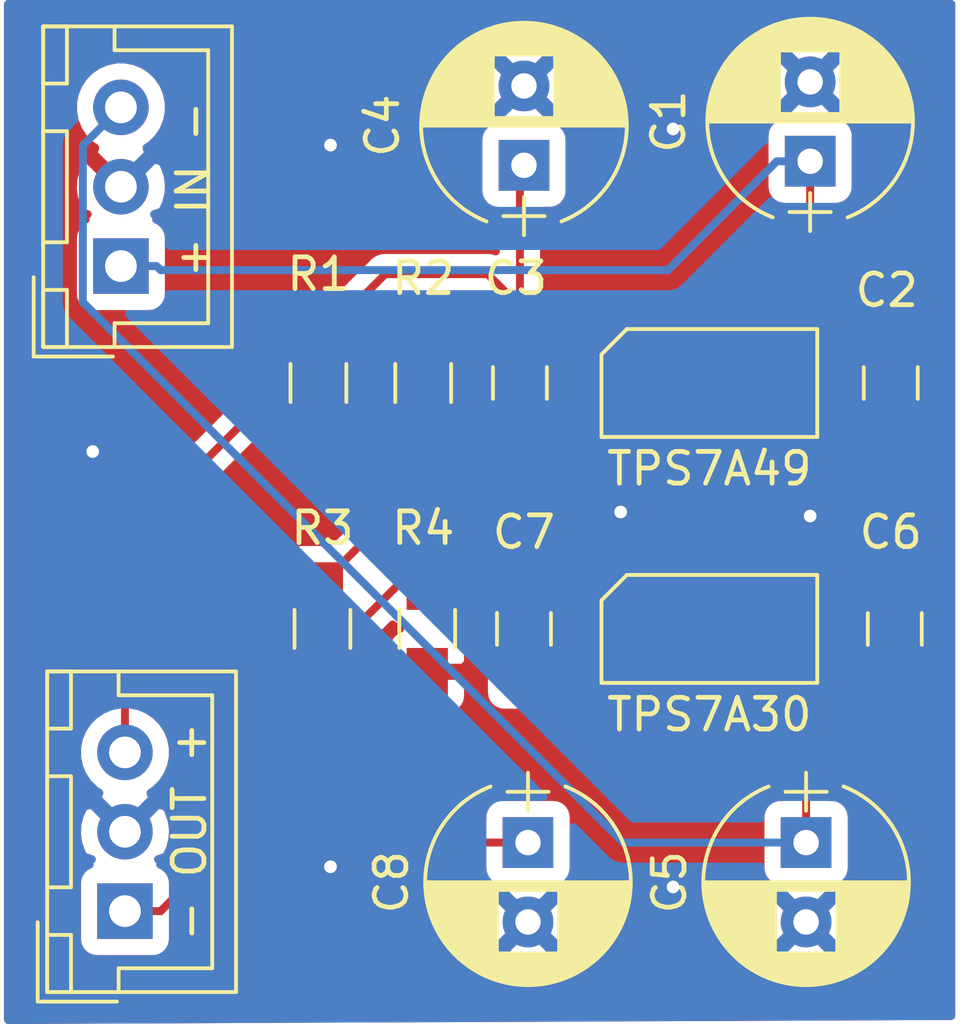
<source format=kicad_pcb>
(kicad_pcb (version 20171130) (host pcbnew "(5.1.4)-1")

  (general
    (thickness 1.6)
    (drawings 0)
    (tracks 87)
    (zones 0)
    (modules 16)
    (nets 14)
  )

  (page A4)
  (layers
    (0 F.Cu signal)
    (31 B.Cu signal)
    (32 B.Adhes user)
    (33 F.Adhes user)
    (34 B.Paste user)
    (35 F.Paste user)
    (36 B.SilkS user)
    (37 F.SilkS user)
    (38 B.Mask user)
    (39 F.Mask user)
    (40 Dwgs.User user)
    (41 Cmts.User user)
    (42 Eco1.User user)
    (43 Eco2.User user)
    (44 Edge.Cuts user)
    (45 Margin user)
    (46 B.CrtYd user)
    (47 F.CrtYd user)
    (48 B.Fab user)
    (49 F.Fab user hide)
  )

  (setup
    (last_trace_width 0.25)
    (trace_clearance 0.2)
    (zone_clearance 0.508)
    (zone_45_only no)
    (trace_min 0.2)
    (via_size 0.8)
    (via_drill 0.4)
    (via_min_size 0.4)
    (via_min_drill 0.3)
    (uvia_size 0.3)
    (uvia_drill 0.1)
    (uvias_allowed no)
    (uvia_min_size 0.2)
    (uvia_min_drill 0.1)
    (edge_width 0.05)
    (segment_width 0.2)
    (pcb_text_width 0.3)
    (pcb_text_size 1.5 1.5)
    (mod_edge_width 0.12)
    (mod_text_size 1 1)
    (mod_text_width 0.15)
    (pad_size 1.6 4)
    (pad_drill 0)
    (pad_to_mask_clearance 0.051)
    (solder_mask_min_width 0.25)
    (aux_axis_origin 0 0)
    (visible_elements 7FFFFFFF)
    (pcbplotparams
      (layerselection 0x010fc_ffffffff)
      (usegerberextensions false)
      (usegerberattributes false)
      (usegerberadvancedattributes false)
      (creategerberjobfile false)
      (excludeedgelayer true)
      (linewidth 0.100000)
      (plotframeref false)
      (viasonmask false)
      (mode 1)
      (useauxorigin false)
      (hpglpennumber 1)
      (hpglpenspeed 20)
      (hpglpendiameter 15.000000)
      (psnegative false)
      (psa4output false)
      (plotreference true)
      (plotvalue true)
      (plotinvisibletext false)
      (padsonsilk false)
      (subtractmaskfromsilk false)
      (outputformat 1)
      (mirror false)
      (drillshape 1)
      (scaleselection 1)
      (outputdirectory ""))
  )

  (net 0 "")
  (net 1 +12V)
  (net 2 "Net-(C2-Pad1)")
  (net 3 VCC)
  (net 4 "Net-(C3-Pad2)")
  (net 5 -12V)
  (net 6 GND)
  (net 7 "Net-(C6-Pad1)")
  (net 8 "Net-(C7-Pad2)")
  (net 9 "Net-(U1-Pad3)")
  (net 10 "Net-(U1-Pad7)")
  (net 11 "Net-(U2-Pad3)")
  (net 12 "Net-(U2-Pad7)")
  (net 13 VEE)

  (net_class Default "This is the default net class."
    (clearance 0.2)
    (trace_width 0.25)
    (via_dia 0.8)
    (via_drill 0.4)
    (uvia_dia 0.3)
    (uvia_drill 0.1)
    (add_net +12V)
    (add_net -12V)
    (add_net GND)
    (add_net "Net-(C2-Pad1)")
    (add_net "Net-(C3-Pad2)")
    (add_net "Net-(C6-Pad1)")
    (add_net "Net-(C7-Pad2)")
    (add_net "Net-(U1-Pad3)")
    (add_net "Net-(U1-Pad7)")
    (add_net "Net-(U2-Pad3)")
    (add_net "Net-(U2-Pad7)")
    (add_net VCC)
    (add_net VEE)
  )

  (module Connectors_JST:JST_XH_B03B-XH-A_03x2.50mm_Straight (layer F.Cu) (tedit 58EAE7F0) (tstamp 5FCA8187)
    (at 137.414 79.756 90)
    (descr "JST XH series connector, B03B-XH-A, top entry type, through hole")
    (tags "connector jst xh tht top vertical 2.50mm")
    (path /5FCE5016)
    (fp_text reference "- OUT +" (at 2.5 2.032 90) (layer F.SilkS)
      (effects (font (size 1 1) (thickness 0.15)))
    )
    (fp_text value Output (at 2.5 4.5 90) (layer F.Fab)
      (effects (font (size 1 1) (thickness 0.15)))
    )
    (fp_line (start -2.45 -2.35) (end -2.45 3.4) (layer F.Fab) (width 0.1))
    (fp_line (start -2.45 3.4) (end 7.45 3.4) (layer F.Fab) (width 0.1))
    (fp_line (start 7.45 3.4) (end 7.45 -2.35) (layer F.Fab) (width 0.1))
    (fp_line (start 7.45 -2.35) (end -2.45 -2.35) (layer F.Fab) (width 0.1))
    (fp_line (start -2.95 -2.85) (end -2.95 3.9) (layer F.CrtYd) (width 0.05))
    (fp_line (start -2.95 3.9) (end 7.95 3.9) (layer F.CrtYd) (width 0.05))
    (fp_line (start 7.95 3.9) (end 7.95 -2.85) (layer F.CrtYd) (width 0.05))
    (fp_line (start 7.95 -2.85) (end -2.95 -2.85) (layer F.CrtYd) (width 0.05))
    (fp_line (start -2.55 -2.45) (end -2.55 3.5) (layer F.SilkS) (width 0.12))
    (fp_line (start -2.55 3.5) (end 7.55 3.5) (layer F.SilkS) (width 0.12))
    (fp_line (start 7.55 3.5) (end 7.55 -2.45) (layer F.SilkS) (width 0.12))
    (fp_line (start 7.55 -2.45) (end -2.55 -2.45) (layer F.SilkS) (width 0.12))
    (fp_line (start 0.75 -2.45) (end 0.75 -1.7) (layer F.SilkS) (width 0.12))
    (fp_line (start 0.75 -1.7) (end 4.25 -1.7) (layer F.SilkS) (width 0.12))
    (fp_line (start 4.25 -1.7) (end 4.25 -2.45) (layer F.SilkS) (width 0.12))
    (fp_line (start 4.25 -2.45) (end 0.75 -2.45) (layer F.SilkS) (width 0.12))
    (fp_line (start -2.55 -2.45) (end -2.55 -1.7) (layer F.SilkS) (width 0.12))
    (fp_line (start -2.55 -1.7) (end -0.75 -1.7) (layer F.SilkS) (width 0.12))
    (fp_line (start -0.75 -1.7) (end -0.75 -2.45) (layer F.SilkS) (width 0.12))
    (fp_line (start -0.75 -2.45) (end -2.55 -2.45) (layer F.SilkS) (width 0.12))
    (fp_line (start 5.75 -2.45) (end 5.75 -1.7) (layer F.SilkS) (width 0.12))
    (fp_line (start 5.75 -1.7) (end 7.55 -1.7) (layer F.SilkS) (width 0.12))
    (fp_line (start 7.55 -1.7) (end 7.55 -2.45) (layer F.SilkS) (width 0.12))
    (fp_line (start 7.55 -2.45) (end 5.75 -2.45) (layer F.SilkS) (width 0.12))
    (fp_line (start -2.55 -0.2) (end -1.8 -0.2) (layer F.SilkS) (width 0.12))
    (fp_line (start -1.8 -0.2) (end -1.8 2.75) (layer F.SilkS) (width 0.12))
    (fp_line (start -1.8 2.75) (end 2.5 2.75) (layer F.SilkS) (width 0.12))
    (fp_line (start 7.55 -0.2) (end 6.8 -0.2) (layer F.SilkS) (width 0.12))
    (fp_line (start 6.8 -0.2) (end 6.8 2.75) (layer F.SilkS) (width 0.12))
    (fp_line (start 6.8 2.75) (end 2.5 2.75) (layer F.SilkS) (width 0.12))
    (fp_line (start -0.35 -2.75) (end -2.85 -2.75) (layer F.SilkS) (width 0.12))
    (fp_line (start -2.85 -2.75) (end -2.85 -0.25) (layer F.SilkS) (width 0.12))
    (fp_line (start -0.35 -2.75) (end -2.85 -2.75) (layer F.Fab) (width 0.1))
    (fp_line (start -2.85 -2.75) (end -2.85 -0.25) (layer F.Fab) (width 0.1))
    (fp_text user %R (at 2.5 2.5 90) (layer F.Fab)
      (effects (font (size 1 1) (thickness 0.15)))
    )
    (pad 1 thru_hole rect (at 0 0 90) (size 1.75 1.75) (drill 1) (layers *.Cu *.Mask)
      (net 13 VEE))
    (pad 2 thru_hole circle (at 2.5 0 90) (size 1.75 1.75) (drill 1) (layers *.Cu *.Mask)
      (net 6 GND))
    (pad 3 thru_hole circle (at 5 0 90) (size 1.75 1.75) (drill 1) (layers *.Cu *.Mask)
      (net 3 VCC))
    (model Connectors_JST.3dshapes/JST_XH_B03B-XH-A_03x2.50mm_Straight.wrl
      (at (xyz 0 0 0))
      (scale (xyz 1 1 1))
      (rotate (xyz 0 0 0))
    )
  )

  (module Capacitors_THT:CP_Radial_D6.3mm_P2.50mm (layer F.Cu) (tedit 597BC7C2) (tstamp 5FCA264C)
    (at 158.877 77.597 270)
    (descr "CP, Radial series, Radial, pin pitch=2.50mm, , diameter=6.3mm, Electrolytic Capacitor")
    (tags "CP Radial series Radial pin pitch 2.50mm  diameter 6.3mm Electrolytic Capacitor")
    (path /5FCB6292)
    (fp_text reference C5 (at 1.25 4.303 90) (layer F.SilkS)
      (effects (font (size 1 1) (thickness 0.15)))
    )
    (fp_text value 10uf (at 1.25 4.46 90) (layer F.Fab)
      (effects (font (size 1 1) (thickness 0.15)))
    )
    (fp_arc (start 1.25 0) (end -1.767482 -1.18) (angle 137.3) (layer F.SilkS) (width 0.12))
    (fp_arc (start 1.25 0) (end -1.767482 1.18) (angle -137.3) (layer F.SilkS) (width 0.12))
    (fp_arc (start 1.25 0) (end 4.267482 -1.18) (angle 42.7) (layer F.SilkS) (width 0.12))
    (fp_circle (center 1.25 0) (end 4.4 0) (layer F.Fab) (width 0.1))
    (fp_line (start -2.2 0) (end -1 0) (layer F.Fab) (width 0.1))
    (fp_line (start -1.6 -0.65) (end -1.6 0.65) (layer F.Fab) (width 0.1))
    (fp_line (start 1.25 -3.2) (end 1.25 3.2) (layer F.SilkS) (width 0.12))
    (fp_line (start 1.29 -3.2) (end 1.29 3.2) (layer F.SilkS) (width 0.12))
    (fp_line (start 1.33 -3.2) (end 1.33 3.2) (layer F.SilkS) (width 0.12))
    (fp_line (start 1.37 -3.198) (end 1.37 3.198) (layer F.SilkS) (width 0.12))
    (fp_line (start 1.41 -3.197) (end 1.41 3.197) (layer F.SilkS) (width 0.12))
    (fp_line (start 1.45 -3.194) (end 1.45 3.194) (layer F.SilkS) (width 0.12))
    (fp_line (start 1.49 -3.192) (end 1.49 3.192) (layer F.SilkS) (width 0.12))
    (fp_line (start 1.53 -3.188) (end 1.53 -0.98) (layer F.SilkS) (width 0.12))
    (fp_line (start 1.53 0.98) (end 1.53 3.188) (layer F.SilkS) (width 0.12))
    (fp_line (start 1.57 -3.185) (end 1.57 -0.98) (layer F.SilkS) (width 0.12))
    (fp_line (start 1.57 0.98) (end 1.57 3.185) (layer F.SilkS) (width 0.12))
    (fp_line (start 1.61 -3.18) (end 1.61 -0.98) (layer F.SilkS) (width 0.12))
    (fp_line (start 1.61 0.98) (end 1.61 3.18) (layer F.SilkS) (width 0.12))
    (fp_line (start 1.65 -3.176) (end 1.65 -0.98) (layer F.SilkS) (width 0.12))
    (fp_line (start 1.65 0.98) (end 1.65 3.176) (layer F.SilkS) (width 0.12))
    (fp_line (start 1.69 -3.17) (end 1.69 -0.98) (layer F.SilkS) (width 0.12))
    (fp_line (start 1.69 0.98) (end 1.69 3.17) (layer F.SilkS) (width 0.12))
    (fp_line (start 1.73 -3.165) (end 1.73 -0.98) (layer F.SilkS) (width 0.12))
    (fp_line (start 1.73 0.98) (end 1.73 3.165) (layer F.SilkS) (width 0.12))
    (fp_line (start 1.77 -3.158) (end 1.77 -0.98) (layer F.SilkS) (width 0.12))
    (fp_line (start 1.77 0.98) (end 1.77 3.158) (layer F.SilkS) (width 0.12))
    (fp_line (start 1.81 -3.152) (end 1.81 -0.98) (layer F.SilkS) (width 0.12))
    (fp_line (start 1.81 0.98) (end 1.81 3.152) (layer F.SilkS) (width 0.12))
    (fp_line (start 1.85 -3.144) (end 1.85 -0.98) (layer F.SilkS) (width 0.12))
    (fp_line (start 1.85 0.98) (end 1.85 3.144) (layer F.SilkS) (width 0.12))
    (fp_line (start 1.89 -3.137) (end 1.89 -0.98) (layer F.SilkS) (width 0.12))
    (fp_line (start 1.89 0.98) (end 1.89 3.137) (layer F.SilkS) (width 0.12))
    (fp_line (start 1.93 -3.128) (end 1.93 -0.98) (layer F.SilkS) (width 0.12))
    (fp_line (start 1.93 0.98) (end 1.93 3.128) (layer F.SilkS) (width 0.12))
    (fp_line (start 1.971 -3.119) (end 1.971 -0.98) (layer F.SilkS) (width 0.12))
    (fp_line (start 1.971 0.98) (end 1.971 3.119) (layer F.SilkS) (width 0.12))
    (fp_line (start 2.011 -3.11) (end 2.011 -0.98) (layer F.SilkS) (width 0.12))
    (fp_line (start 2.011 0.98) (end 2.011 3.11) (layer F.SilkS) (width 0.12))
    (fp_line (start 2.051 -3.1) (end 2.051 -0.98) (layer F.SilkS) (width 0.12))
    (fp_line (start 2.051 0.98) (end 2.051 3.1) (layer F.SilkS) (width 0.12))
    (fp_line (start 2.091 -3.09) (end 2.091 -0.98) (layer F.SilkS) (width 0.12))
    (fp_line (start 2.091 0.98) (end 2.091 3.09) (layer F.SilkS) (width 0.12))
    (fp_line (start 2.131 -3.079) (end 2.131 -0.98) (layer F.SilkS) (width 0.12))
    (fp_line (start 2.131 0.98) (end 2.131 3.079) (layer F.SilkS) (width 0.12))
    (fp_line (start 2.171 -3.067) (end 2.171 -0.98) (layer F.SilkS) (width 0.12))
    (fp_line (start 2.171 0.98) (end 2.171 3.067) (layer F.SilkS) (width 0.12))
    (fp_line (start 2.211 -3.055) (end 2.211 -0.98) (layer F.SilkS) (width 0.12))
    (fp_line (start 2.211 0.98) (end 2.211 3.055) (layer F.SilkS) (width 0.12))
    (fp_line (start 2.251 -3.042) (end 2.251 -0.98) (layer F.SilkS) (width 0.12))
    (fp_line (start 2.251 0.98) (end 2.251 3.042) (layer F.SilkS) (width 0.12))
    (fp_line (start 2.291 -3.029) (end 2.291 -0.98) (layer F.SilkS) (width 0.12))
    (fp_line (start 2.291 0.98) (end 2.291 3.029) (layer F.SilkS) (width 0.12))
    (fp_line (start 2.331 -3.015) (end 2.331 -0.98) (layer F.SilkS) (width 0.12))
    (fp_line (start 2.331 0.98) (end 2.331 3.015) (layer F.SilkS) (width 0.12))
    (fp_line (start 2.371 -3.001) (end 2.371 -0.98) (layer F.SilkS) (width 0.12))
    (fp_line (start 2.371 0.98) (end 2.371 3.001) (layer F.SilkS) (width 0.12))
    (fp_line (start 2.411 -2.986) (end 2.411 -0.98) (layer F.SilkS) (width 0.12))
    (fp_line (start 2.411 0.98) (end 2.411 2.986) (layer F.SilkS) (width 0.12))
    (fp_line (start 2.451 -2.97) (end 2.451 -0.98) (layer F.SilkS) (width 0.12))
    (fp_line (start 2.451 0.98) (end 2.451 2.97) (layer F.SilkS) (width 0.12))
    (fp_line (start 2.491 -2.954) (end 2.491 -0.98) (layer F.SilkS) (width 0.12))
    (fp_line (start 2.491 0.98) (end 2.491 2.954) (layer F.SilkS) (width 0.12))
    (fp_line (start 2.531 -2.937) (end 2.531 -0.98) (layer F.SilkS) (width 0.12))
    (fp_line (start 2.531 0.98) (end 2.531 2.937) (layer F.SilkS) (width 0.12))
    (fp_line (start 2.571 -2.919) (end 2.571 -0.98) (layer F.SilkS) (width 0.12))
    (fp_line (start 2.571 0.98) (end 2.571 2.919) (layer F.SilkS) (width 0.12))
    (fp_line (start 2.611 -2.901) (end 2.611 -0.98) (layer F.SilkS) (width 0.12))
    (fp_line (start 2.611 0.98) (end 2.611 2.901) (layer F.SilkS) (width 0.12))
    (fp_line (start 2.651 -2.882) (end 2.651 -0.98) (layer F.SilkS) (width 0.12))
    (fp_line (start 2.651 0.98) (end 2.651 2.882) (layer F.SilkS) (width 0.12))
    (fp_line (start 2.691 -2.863) (end 2.691 -0.98) (layer F.SilkS) (width 0.12))
    (fp_line (start 2.691 0.98) (end 2.691 2.863) (layer F.SilkS) (width 0.12))
    (fp_line (start 2.731 -2.843) (end 2.731 -0.98) (layer F.SilkS) (width 0.12))
    (fp_line (start 2.731 0.98) (end 2.731 2.843) (layer F.SilkS) (width 0.12))
    (fp_line (start 2.771 -2.822) (end 2.771 -0.98) (layer F.SilkS) (width 0.12))
    (fp_line (start 2.771 0.98) (end 2.771 2.822) (layer F.SilkS) (width 0.12))
    (fp_line (start 2.811 -2.8) (end 2.811 -0.98) (layer F.SilkS) (width 0.12))
    (fp_line (start 2.811 0.98) (end 2.811 2.8) (layer F.SilkS) (width 0.12))
    (fp_line (start 2.851 -2.778) (end 2.851 -0.98) (layer F.SilkS) (width 0.12))
    (fp_line (start 2.851 0.98) (end 2.851 2.778) (layer F.SilkS) (width 0.12))
    (fp_line (start 2.891 -2.755) (end 2.891 -0.98) (layer F.SilkS) (width 0.12))
    (fp_line (start 2.891 0.98) (end 2.891 2.755) (layer F.SilkS) (width 0.12))
    (fp_line (start 2.931 -2.731) (end 2.931 -0.98) (layer F.SilkS) (width 0.12))
    (fp_line (start 2.931 0.98) (end 2.931 2.731) (layer F.SilkS) (width 0.12))
    (fp_line (start 2.971 -2.706) (end 2.971 -0.98) (layer F.SilkS) (width 0.12))
    (fp_line (start 2.971 0.98) (end 2.971 2.706) (layer F.SilkS) (width 0.12))
    (fp_line (start 3.011 -2.681) (end 3.011 -0.98) (layer F.SilkS) (width 0.12))
    (fp_line (start 3.011 0.98) (end 3.011 2.681) (layer F.SilkS) (width 0.12))
    (fp_line (start 3.051 -2.654) (end 3.051 -0.98) (layer F.SilkS) (width 0.12))
    (fp_line (start 3.051 0.98) (end 3.051 2.654) (layer F.SilkS) (width 0.12))
    (fp_line (start 3.091 -2.627) (end 3.091 -0.98) (layer F.SilkS) (width 0.12))
    (fp_line (start 3.091 0.98) (end 3.091 2.627) (layer F.SilkS) (width 0.12))
    (fp_line (start 3.131 -2.599) (end 3.131 -0.98) (layer F.SilkS) (width 0.12))
    (fp_line (start 3.131 0.98) (end 3.131 2.599) (layer F.SilkS) (width 0.12))
    (fp_line (start 3.171 -2.57) (end 3.171 -0.98) (layer F.SilkS) (width 0.12))
    (fp_line (start 3.171 0.98) (end 3.171 2.57) (layer F.SilkS) (width 0.12))
    (fp_line (start 3.211 -2.54) (end 3.211 -0.98) (layer F.SilkS) (width 0.12))
    (fp_line (start 3.211 0.98) (end 3.211 2.54) (layer F.SilkS) (width 0.12))
    (fp_line (start 3.251 -2.51) (end 3.251 -0.98) (layer F.SilkS) (width 0.12))
    (fp_line (start 3.251 0.98) (end 3.251 2.51) (layer F.SilkS) (width 0.12))
    (fp_line (start 3.291 -2.478) (end 3.291 -0.98) (layer F.SilkS) (width 0.12))
    (fp_line (start 3.291 0.98) (end 3.291 2.478) (layer F.SilkS) (width 0.12))
    (fp_line (start 3.331 -2.445) (end 3.331 -0.98) (layer F.SilkS) (width 0.12))
    (fp_line (start 3.331 0.98) (end 3.331 2.445) (layer F.SilkS) (width 0.12))
    (fp_line (start 3.371 -2.411) (end 3.371 -0.98) (layer F.SilkS) (width 0.12))
    (fp_line (start 3.371 0.98) (end 3.371 2.411) (layer F.SilkS) (width 0.12))
    (fp_line (start 3.411 -2.375) (end 3.411 -0.98) (layer F.SilkS) (width 0.12))
    (fp_line (start 3.411 0.98) (end 3.411 2.375) (layer F.SilkS) (width 0.12))
    (fp_line (start 3.451 -2.339) (end 3.451 -0.98) (layer F.SilkS) (width 0.12))
    (fp_line (start 3.451 0.98) (end 3.451 2.339) (layer F.SilkS) (width 0.12))
    (fp_line (start 3.491 -2.301) (end 3.491 2.301) (layer F.SilkS) (width 0.12))
    (fp_line (start 3.531 -2.262) (end 3.531 2.262) (layer F.SilkS) (width 0.12))
    (fp_line (start 3.571 -2.222) (end 3.571 2.222) (layer F.SilkS) (width 0.12))
    (fp_line (start 3.611 -2.18) (end 3.611 2.18) (layer F.SilkS) (width 0.12))
    (fp_line (start 3.651 -2.137) (end 3.651 2.137) (layer F.SilkS) (width 0.12))
    (fp_line (start 3.691 -2.092) (end 3.691 2.092) (layer F.SilkS) (width 0.12))
    (fp_line (start 3.731 -2.045) (end 3.731 2.045) (layer F.SilkS) (width 0.12))
    (fp_line (start 3.771 -1.997) (end 3.771 1.997) (layer F.SilkS) (width 0.12))
    (fp_line (start 3.811 -1.946) (end 3.811 1.946) (layer F.SilkS) (width 0.12))
    (fp_line (start 3.851 -1.894) (end 3.851 1.894) (layer F.SilkS) (width 0.12))
    (fp_line (start 3.891 -1.839) (end 3.891 1.839) (layer F.SilkS) (width 0.12))
    (fp_line (start 3.931 -1.781) (end 3.931 1.781) (layer F.SilkS) (width 0.12))
    (fp_line (start 3.971 -1.721) (end 3.971 1.721) (layer F.SilkS) (width 0.12))
    (fp_line (start 4.011 -1.658) (end 4.011 1.658) (layer F.SilkS) (width 0.12))
    (fp_line (start 4.051 -1.591) (end 4.051 1.591) (layer F.SilkS) (width 0.12))
    (fp_line (start 4.091 -1.52) (end 4.091 1.52) (layer F.SilkS) (width 0.12))
    (fp_line (start 4.131 -1.445) (end 4.131 1.445) (layer F.SilkS) (width 0.12))
    (fp_line (start 4.171 -1.364) (end 4.171 1.364) (layer F.SilkS) (width 0.12))
    (fp_line (start 4.211 -1.278) (end 4.211 1.278) (layer F.SilkS) (width 0.12))
    (fp_line (start 4.251 -1.184) (end 4.251 1.184) (layer F.SilkS) (width 0.12))
    (fp_line (start 4.291 -1.081) (end 4.291 1.081) (layer F.SilkS) (width 0.12))
    (fp_line (start 4.331 -0.966) (end 4.331 0.966) (layer F.SilkS) (width 0.12))
    (fp_line (start 4.371 -0.834) (end 4.371 0.834) (layer F.SilkS) (width 0.12))
    (fp_line (start 4.411 -0.676) (end 4.411 0.676) (layer F.SilkS) (width 0.12))
    (fp_line (start 4.451 -0.468) (end 4.451 0.468) (layer F.SilkS) (width 0.12))
    (fp_line (start -2.2 0) (end -1 0) (layer F.SilkS) (width 0.12))
    (fp_line (start -1.6 -0.65) (end -1.6 0.65) (layer F.SilkS) (width 0.12))
    (fp_line (start -2.25 -3.5) (end -2.25 3.5) (layer F.CrtYd) (width 0.05))
    (fp_line (start -2.25 3.5) (end 4.75 3.5) (layer F.CrtYd) (width 0.05))
    (fp_line (start 4.75 3.5) (end 4.75 -3.5) (layer F.CrtYd) (width 0.05))
    (fp_line (start 4.75 -3.5) (end -2.25 -3.5) (layer F.CrtYd) (width 0.05))
    (fp_text user %R (at 1.25 0 90) (layer F.Fab)
      (effects (font (size 1 1) (thickness 0.15)))
    )
    (pad 1 thru_hole rect (at 0 0 270) (size 1.6 1.6) (drill 0.8) (layers *.Cu *.Mask)
      (net 5 -12V))
    (pad 2 thru_hole circle (at 2.5 0 270) (size 1.6 1.6) (drill 0.8) (layers *.Cu *.Mask)
      (net 6 GND))
    (model ${KISYS3DMOD}/Capacitors_THT.3dshapes/CP_Radial_D6.3mm_P2.50mm.wrl
      (at (xyz 0 0 0))
      (scale (xyz 1 1 1))
      (rotate (xyz 0 0 0))
    )
  )

  (module Connectors_JST:JST_XH_B03B-XH-A_03x2.50mm_Straight (layer F.Cu) (tedit 58EAE7F0) (tstamp 5FCA8184)
    (at 137.287 59.436 90)
    (descr "JST XH series connector, B03B-XH-A, top entry type, through hole")
    (tags "connector jst xh tht top vertical 2.50mm")
    (path /5FCE2A02)
    (fp_text reference "+ IN -" (at 2.413 2.286 90) (layer F.SilkS)
      (effects (font (size 1 1) (thickness 0.15)))
    )
    (fp_text value Input (at 2.5 4.5 90) (layer F.Fab)
      (effects (font (size 1 1) (thickness 0.15)))
    )
    (fp_line (start -2.45 -2.35) (end -2.45 3.4) (layer F.Fab) (width 0.1))
    (fp_line (start -2.45 3.4) (end 7.45 3.4) (layer F.Fab) (width 0.1))
    (fp_line (start 7.45 3.4) (end 7.45 -2.35) (layer F.Fab) (width 0.1))
    (fp_line (start 7.45 -2.35) (end -2.45 -2.35) (layer F.Fab) (width 0.1))
    (fp_line (start -2.95 -2.85) (end -2.95 3.9) (layer F.CrtYd) (width 0.05))
    (fp_line (start -2.95 3.9) (end 7.95 3.9) (layer F.CrtYd) (width 0.05))
    (fp_line (start 7.95 3.9) (end 7.95 -2.85) (layer F.CrtYd) (width 0.05))
    (fp_line (start 7.95 -2.85) (end -2.95 -2.85) (layer F.CrtYd) (width 0.05))
    (fp_line (start -2.55 -2.45) (end -2.55 3.5) (layer F.SilkS) (width 0.12))
    (fp_line (start -2.55 3.5) (end 7.55 3.5) (layer F.SilkS) (width 0.12))
    (fp_line (start 7.55 3.5) (end 7.55 -2.45) (layer F.SilkS) (width 0.12))
    (fp_line (start 7.55 -2.45) (end -2.55 -2.45) (layer F.SilkS) (width 0.12))
    (fp_line (start 0.75 -2.45) (end 0.75 -1.7) (layer F.SilkS) (width 0.12))
    (fp_line (start 0.75 -1.7) (end 4.25 -1.7) (layer F.SilkS) (width 0.12))
    (fp_line (start 4.25 -1.7) (end 4.25 -2.45) (layer F.SilkS) (width 0.12))
    (fp_line (start 4.25 -2.45) (end 0.75 -2.45) (layer F.SilkS) (width 0.12))
    (fp_line (start -2.55 -2.45) (end -2.55 -1.7) (layer F.SilkS) (width 0.12))
    (fp_line (start -2.55 -1.7) (end -0.75 -1.7) (layer F.SilkS) (width 0.12))
    (fp_line (start -0.75 -1.7) (end -0.75 -2.45) (layer F.SilkS) (width 0.12))
    (fp_line (start -0.75 -2.45) (end -2.55 -2.45) (layer F.SilkS) (width 0.12))
    (fp_line (start 5.75 -2.45) (end 5.75 -1.7) (layer F.SilkS) (width 0.12))
    (fp_line (start 5.75 -1.7) (end 7.55 -1.7) (layer F.SilkS) (width 0.12))
    (fp_line (start 7.55 -1.7) (end 7.55 -2.45) (layer F.SilkS) (width 0.12))
    (fp_line (start 7.55 -2.45) (end 5.75 -2.45) (layer F.SilkS) (width 0.12))
    (fp_line (start -2.55 -0.2) (end -1.8 -0.2) (layer F.SilkS) (width 0.12))
    (fp_line (start -1.8 -0.2) (end -1.8 2.75) (layer F.SilkS) (width 0.12))
    (fp_line (start -1.8 2.75) (end 2.5 2.75) (layer F.SilkS) (width 0.12))
    (fp_line (start 7.55 -0.2) (end 6.8 -0.2) (layer F.SilkS) (width 0.12))
    (fp_line (start 6.8 -0.2) (end 6.8 2.75) (layer F.SilkS) (width 0.12))
    (fp_line (start 6.8 2.75) (end 2.5 2.75) (layer F.SilkS) (width 0.12))
    (fp_line (start -0.35 -2.75) (end -2.85 -2.75) (layer F.SilkS) (width 0.12))
    (fp_line (start -2.85 -2.75) (end -2.85 -0.25) (layer F.SilkS) (width 0.12))
    (fp_line (start -0.35 -2.75) (end -2.85 -2.75) (layer F.Fab) (width 0.1))
    (fp_line (start -2.85 -2.75) (end -2.85 -0.25) (layer F.Fab) (width 0.1))
    (fp_text user %R (at 2.5 2.5 90) (layer F.Fab)
      (effects (font (size 1 1) (thickness 0.15)))
    )
    (pad 1 thru_hole rect (at 0 0 90) (size 1.75 1.75) (drill 1) (layers *.Cu *.Mask)
      (net 1 +12V))
    (pad 2 thru_hole circle (at 2.5 0 90) (size 1.75 1.75) (drill 1) (layers *.Cu *.Mask)
      (net 6 GND))
    (pad 3 thru_hole circle (at 5 0 90) (size 1.75 1.75) (drill 1) (layers *.Cu *.Mask)
      (net 5 -12V))
    (model Connectors_JST.3dshapes/JST_XH_B03B-XH-A_03x2.50mm_Straight.wrl
      (at (xyz 0 0 0))
      (scale (xyz 1 1 1))
      (rotate (xyz 0 0 0))
    )
  )

  (module INA1650IPWR:TPS7Axx (layer F.Cu) (tedit 5FCA4519) (tstamp 5FCA268D)
    (at 155.829 70.866)
    (path /5FCB62DA)
    (attr smd)
    (fp_text reference TPS7A30 (at 0 2.7 180) (layer F.SilkS)
      (effects (font (size 1 1) (thickness 0.15)))
    )
    (fp_text value TPS7Axxx (at 0 5.08) (layer F.Fab)
      (effects (font (size 1 1) (thickness 0.15)))
    )
    (fp_line (start -3.15 -1.45) (end 3.15 -1.45) (layer F.CrtYd) (width 0.05))
    (fp_line (start -3.15 1.45) (end -3.15 -1.45) (layer F.CrtYd) (width 0.05))
    (fp_line (start 3.15 1.45) (end -3.15 1.45) (layer F.CrtYd) (width 0.05))
    (fp_line (start 3.15 -1.45) (end 3.15 1.45) (layer F.CrtYd) (width 0.05))
    (fp_line (start -3.4 1.7) (end -3.4 -0.9) (layer F.SilkS) (width 0.12))
    (fp_line (start 3.4 1.7) (end -3.4 1.7) (layer F.SilkS) (width 0.12))
    (fp_line (start 3.4 -1.7) (end 3.4 1.7) (layer F.SilkS) (width 0.12))
    (fp_line (start -2.6 -1.7) (end 3.4 -1.7) (layer F.SilkS) (width 0.12))
    (fp_line (start -3.4 -0.9) (end -2.6 -1.7) (layer F.SilkS) (width 0.12))
    (pad 4 smd rect (at 0 0) (size 1.6 4) (layers F.Cu F.Paste F.Mask)
      (net 6 GND))
    (pad 4 smd rect (at -2.2 0.975 270) (size 0.45 1.4) (layers F.Cu F.Paste F.Mask)
      (net 6 GND))
    (pad 5 smd rect (at 2.2 0.975 270) (size 0.45 1.4) (layers F.Cu F.Paste F.Mask)
      (net 5 -12V))
    (pad 3 smd rect (at -2.2 0.325 270) (size 0.45 1.4) (layers F.Cu F.Paste F.Mask)
      (net 11 "Net-(U2-Pad3)"))
    (pad 6 smd rect (at 2.2 0.325 270) (size 0.45 1.4) (layers F.Cu F.Paste F.Mask)
      (net 7 "Net-(C6-Pad1)"))
    (pad 2 smd rect (at -2.2 -0.325 270) (size 0.45 1.4) (layers F.Cu F.Paste F.Mask)
      (net 8 "Net-(C7-Pad2)"))
    (pad 7 smd rect (at 2.2 -0.325 270) (size 0.45 1.4) (layers F.Cu F.Paste F.Mask)
      (net 12 "Net-(U2-Pad7)"))
    (pad 1 smd rect (at -2.2 -0.975 270) (size 0.45 1.4) (layers F.Cu F.Paste F.Mask)
      (net 13 VEE))
    (pad 8 smd rect (at 2.2 -0.975 270) (size 0.45 1.4) (layers F.Cu F.Paste F.Mask)
      (net 5 -12V))
  )

  (module INA1650IPWR:TPS7Axx (layer F.Cu) (tedit 5FCA4504) (tstamp 5FCA2677)
    (at 155.829 63.119)
    (path /5FCABF8A)
    (attr smd)
    (fp_text reference TPS7A49 (at 0 2.7 180) (layer F.SilkS)
      (effects (font (size 1 1) (thickness 0.15)))
    )
    (fp_text value TPS7Axxx (at 0 5.08) (layer F.Fab)
      (effects (font (size 1 1) (thickness 0.15)))
    )
    (fp_line (start -3.15 -1.45) (end 3.15 -1.45) (layer F.CrtYd) (width 0.05))
    (fp_line (start -3.15 1.45) (end -3.15 -1.45) (layer F.CrtYd) (width 0.05))
    (fp_line (start 3.15 1.45) (end -3.15 1.45) (layer F.CrtYd) (width 0.05))
    (fp_line (start 3.15 -1.45) (end 3.15 1.45) (layer F.CrtYd) (width 0.05))
    (fp_line (start -3.4 1.7) (end -3.4 -0.9) (layer F.SilkS) (width 0.12))
    (fp_line (start 3.4 1.7) (end -3.4 1.7) (layer F.SilkS) (width 0.12))
    (fp_line (start 3.4 -1.7) (end 3.4 1.7) (layer F.SilkS) (width 0.12))
    (fp_line (start -2.6 -1.7) (end 3.4 -1.7) (layer F.SilkS) (width 0.12))
    (fp_line (start -3.4 -0.9) (end -2.6 -1.7) (layer F.SilkS) (width 0.12))
    (pad 4 smd rect (at 0 0) (size 1.6 4) (layers F.Cu F.Paste F.Mask)
      (net 6 GND))
    (pad 4 smd rect (at -2.2 0.975 270) (size 0.45 1.4) (layers F.Cu F.Paste F.Mask)
      (net 6 GND))
    (pad 5 smd rect (at 2.2 0.975 270) (size 0.45 1.4) (layers F.Cu F.Paste F.Mask)
      (net 1 +12V))
    (pad 3 smd rect (at -2.2 0.325 270) (size 0.45 1.4) (layers F.Cu F.Paste F.Mask)
      (net 9 "Net-(U1-Pad3)"))
    (pad 6 smd rect (at 2.2 0.325 270) (size 0.45 1.4) (layers F.Cu F.Paste F.Mask)
      (net 2 "Net-(C2-Pad1)"))
    (pad 2 smd rect (at -2.2 -0.325 270) (size 0.45 1.4) (layers F.Cu F.Paste F.Mask)
      (net 4 "Net-(C3-Pad2)"))
    (pad 7 smd rect (at 2.2 -0.325 270) (size 0.45 1.4) (layers F.Cu F.Paste F.Mask)
      (net 10 "Net-(U1-Pad7)"))
    (pad 1 smd rect (at -2.2 -0.975 270) (size 0.45 1.4) (layers F.Cu F.Paste F.Mask)
      (net 3 VCC))
    (pad 8 smd rect (at 2.2 -0.975 270) (size 0.45 1.4) (layers F.Cu F.Paste F.Mask)
      (net 1 +12V))
  )

  (module Resistors_SMD:R_0805_HandSoldering (layer F.Cu) (tedit 58E0A804) (tstamp 5FCA2661)
    (at 146.939 70.866 270)
    (descr "Resistor SMD 0805, hand soldering")
    (tags "resistor 0805")
    (path /5FCB62B6)
    (attr smd)
    (fp_text reference R4 (at -3.175 0.127) (layer F.SilkS)
      (effects (font (size 1 1) (thickness 0.15)))
    )
    (fp_text value R_Small (at 0 1.75 90) (layer F.Fab)
      (effects (font (size 1 1) (thickness 0.15)))
    )
    (fp_text user %R (at 0 0 90) (layer F.Fab)
      (effects (font (size 0.5 0.5) (thickness 0.075)))
    )
    (fp_line (start -1 0.62) (end -1 -0.62) (layer F.Fab) (width 0.1))
    (fp_line (start 1 0.62) (end -1 0.62) (layer F.Fab) (width 0.1))
    (fp_line (start 1 -0.62) (end 1 0.62) (layer F.Fab) (width 0.1))
    (fp_line (start -1 -0.62) (end 1 -0.62) (layer F.Fab) (width 0.1))
    (fp_line (start 0.6 0.88) (end -0.6 0.88) (layer F.SilkS) (width 0.12))
    (fp_line (start -0.6 -0.88) (end 0.6 -0.88) (layer F.SilkS) (width 0.12))
    (fp_line (start -2.35 -0.9) (end 2.35 -0.9) (layer F.CrtYd) (width 0.05))
    (fp_line (start -2.35 -0.9) (end -2.35 0.9) (layer F.CrtYd) (width 0.05))
    (fp_line (start 2.35 0.9) (end 2.35 -0.9) (layer F.CrtYd) (width 0.05))
    (fp_line (start 2.35 0.9) (end -2.35 0.9) (layer F.CrtYd) (width 0.05))
    (pad 1 smd rect (at -1.35 0 270) (size 1.5 1.3) (layers F.Cu F.Paste F.Mask)
      (net 8 "Net-(C7-Pad2)"))
    (pad 2 smd rect (at 1.35 0 270) (size 1.5 1.3) (layers F.Cu F.Paste F.Mask)
      (net 6 GND))
    (model ${KISYS3DMOD}/Resistors_SMD.3dshapes/R_0805.wrl
      (at (xyz 0 0 0))
      (scale (xyz 1 1 1))
      (rotate (xyz 0 0 0))
    )
  )

  (module Resistors_SMD:R_0805_HandSoldering (layer F.Cu) (tedit 58E0A804) (tstamp 5FCA265E)
    (at 143.637 70.866 270)
    (descr "Resistor SMD 0805, hand soldering")
    (tags "resistor 0805")
    (path /5FCB62B0)
    (attr smd)
    (fp_text reference R3 (at -3.175 0) (layer F.SilkS)
      (effects (font (size 1 1) (thickness 0.15)))
    )
    (fp_text value R_Small (at 0 1.75 90) (layer F.Fab)
      (effects (font (size 1 1) (thickness 0.15)))
    )
    (fp_text user %R (at 0 0 90) (layer F.Fab)
      (effects (font (size 0.5 0.5) (thickness 0.075)))
    )
    (fp_line (start -1 0.62) (end -1 -0.62) (layer F.Fab) (width 0.1))
    (fp_line (start 1 0.62) (end -1 0.62) (layer F.Fab) (width 0.1))
    (fp_line (start 1 -0.62) (end 1 0.62) (layer F.Fab) (width 0.1))
    (fp_line (start -1 -0.62) (end 1 -0.62) (layer F.Fab) (width 0.1))
    (fp_line (start 0.6 0.88) (end -0.6 0.88) (layer F.SilkS) (width 0.12))
    (fp_line (start -0.6 -0.88) (end 0.6 -0.88) (layer F.SilkS) (width 0.12))
    (fp_line (start -2.35 -0.9) (end 2.35 -0.9) (layer F.CrtYd) (width 0.05))
    (fp_line (start -2.35 -0.9) (end -2.35 0.9) (layer F.CrtYd) (width 0.05))
    (fp_line (start 2.35 0.9) (end 2.35 -0.9) (layer F.CrtYd) (width 0.05))
    (fp_line (start 2.35 0.9) (end -2.35 0.9) (layer F.CrtYd) (width 0.05))
    (pad 1 smd rect (at -1.35 0 270) (size 1.5 1.3) (layers F.Cu F.Paste F.Mask)
      (net 13 VEE))
    (pad 2 smd rect (at 1.35 0 270) (size 1.5 1.3) (layers F.Cu F.Paste F.Mask)
      (net 8 "Net-(C7-Pad2)"))
    (model ${KISYS3DMOD}/Resistors_SMD.3dshapes/R_0805.wrl
      (at (xyz 0 0 0))
      (scale (xyz 1 1 1))
      (rotate (xyz 0 0 0))
    )
  )

  (module Resistors_SMD:R_0805_HandSoldering (layer F.Cu) (tedit 58E0A804) (tstamp 5FCA265B)
    (at 146.812 63.119 270)
    (descr "Resistor SMD 0805, hand soldering")
    (tags "resistor 0805")
    (path /5FCA82AF)
    (attr smd)
    (fp_text reference R2 (at -3.302 0) (layer F.SilkS)
      (effects (font (size 1 1) (thickness 0.15)))
    )
    (fp_text value R_Small (at 0 1.75 90) (layer F.Fab)
      (effects (font (size 1 1) (thickness 0.15)))
    )
    (fp_text user %R (at 0 0 90) (layer F.Fab)
      (effects (font (size 0.5 0.5) (thickness 0.075)))
    )
    (fp_line (start -1 0.62) (end -1 -0.62) (layer F.Fab) (width 0.1))
    (fp_line (start 1 0.62) (end -1 0.62) (layer F.Fab) (width 0.1))
    (fp_line (start 1 -0.62) (end 1 0.62) (layer F.Fab) (width 0.1))
    (fp_line (start -1 -0.62) (end 1 -0.62) (layer F.Fab) (width 0.1))
    (fp_line (start 0.6 0.88) (end -0.6 0.88) (layer F.SilkS) (width 0.12))
    (fp_line (start -0.6 -0.88) (end 0.6 -0.88) (layer F.SilkS) (width 0.12))
    (fp_line (start -2.35 -0.9) (end 2.35 -0.9) (layer F.CrtYd) (width 0.05))
    (fp_line (start -2.35 -0.9) (end -2.35 0.9) (layer F.CrtYd) (width 0.05))
    (fp_line (start 2.35 0.9) (end 2.35 -0.9) (layer F.CrtYd) (width 0.05))
    (fp_line (start 2.35 0.9) (end -2.35 0.9) (layer F.CrtYd) (width 0.05))
    (pad 1 smd rect (at -1.35 0 270) (size 1.5 1.3) (layers F.Cu F.Paste F.Mask)
      (net 4 "Net-(C3-Pad2)"))
    (pad 2 smd rect (at 1.35 0 270) (size 1.5 1.3) (layers F.Cu F.Paste F.Mask)
      (net 6 GND))
    (model ${KISYS3DMOD}/Resistors_SMD.3dshapes/R_0805.wrl
      (at (xyz 0 0 0))
      (scale (xyz 1 1 1))
      (rotate (xyz 0 0 0))
    )
  )

  (module Resistors_SMD:R_0805_HandSoldering (layer F.Cu) (tedit 58E0A804) (tstamp 5FCA2658)
    (at 143.51 63.119 270)
    (descr "Resistor SMD 0805, hand soldering")
    (tags "resistor 0805")
    (path /5FCA7B17)
    (attr smd)
    (fp_text reference R1 (at -3.429 0) (layer F.SilkS)
      (effects (font (size 1 1) (thickness 0.15)))
    )
    (fp_text value R_Small (at 0 1.75 90) (layer F.Fab)
      (effects (font (size 1 1) (thickness 0.15)))
    )
    (fp_text user %R (at 0 0 90) (layer F.Fab)
      (effects (font (size 0.5 0.5) (thickness 0.075)))
    )
    (fp_line (start -1 0.62) (end -1 -0.62) (layer F.Fab) (width 0.1))
    (fp_line (start 1 0.62) (end -1 0.62) (layer F.Fab) (width 0.1))
    (fp_line (start 1 -0.62) (end 1 0.62) (layer F.Fab) (width 0.1))
    (fp_line (start -1 -0.62) (end 1 -0.62) (layer F.Fab) (width 0.1))
    (fp_line (start 0.6 0.88) (end -0.6 0.88) (layer F.SilkS) (width 0.12))
    (fp_line (start -0.6 -0.88) (end 0.6 -0.88) (layer F.SilkS) (width 0.12))
    (fp_line (start -2.35 -0.9) (end 2.35 -0.9) (layer F.CrtYd) (width 0.05))
    (fp_line (start -2.35 -0.9) (end -2.35 0.9) (layer F.CrtYd) (width 0.05))
    (fp_line (start 2.35 0.9) (end 2.35 -0.9) (layer F.CrtYd) (width 0.05))
    (fp_line (start 2.35 0.9) (end -2.35 0.9) (layer F.CrtYd) (width 0.05))
    (pad 1 smd rect (at -1.35 0 270) (size 1.5 1.3) (layers F.Cu F.Paste F.Mask)
      (net 3 VCC))
    (pad 2 smd rect (at 1.35 0 270) (size 1.5 1.3) (layers F.Cu F.Paste F.Mask)
      (net 4 "Net-(C3-Pad2)"))
    (model ${KISYS3DMOD}/Resistors_SMD.3dshapes/R_0805.wrl
      (at (xyz 0 0 0))
      (scale (xyz 1 1 1))
      (rotate (xyz 0 0 0))
    )
  )

  (module Capacitors_THT:CP_Radial_D6.3mm_P2.50mm (layer F.Cu) (tedit 597BC7C2) (tstamp 5FCA2655)
    (at 150.114 77.597 270)
    (descr "CP, Radial series, Radial, pin pitch=2.50mm, , diameter=6.3mm, Electrolytic Capacitor")
    (tags "CP Radial series Radial pin pitch 2.50mm  diameter 6.3mm Electrolytic Capacitor")
    (path /5FCB62CD)
    (fp_text reference C8 (at 1.25 4.303 90) (layer F.SilkS)
      (effects (font (size 1 1) (thickness 0.15)))
    )
    (fp_text value 10uf (at 1.25 4.46 90) (layer F.Fab)
      (effects (font (size 1 1) (thickness 0.15)))
    )
    (fp_arc (start 1.25 0) (end -1.767482 -1.18) (angle 137.3) (layer F.SilkS) (width 0.12))
    (fp_arc (start 1.25 0) (end -1.767482 1.18) (angle -137.3) (layer F.SilkS) (width 0.12))
    (fp_arc (start 1.25 0) (end 4.267482 -1.18) (angle 42.7) (layer F.SilkS) (width 0.12))
    (fp_circle (center 1.25 0) (end 4.4 0) (layer F.Fab) (width 0.1))
    (fp_line (start -2.2 0) (end -1 0) (layer F.Fab) (width 0.1))
    (fp_line (start -1.6 -0.65) (end -1.6 0.65) (layer F.Fab) (width 0.1))
    (fp_line (start 1.25 -3.2) (end 1.25 3.2) (layer F.SilkS) (width 0.12))
    (fp_line (start 1.29 -3.2) (end 1.29 3.2) (layer F.SilkS) (width 0.12))
    (fp_line (start 1.33 -3.2) (end 1.33 3.2) (layer F.SilkS) (width 0.12))
    (fp_line (start 1.37 -3.198) (end 1.37 3.198) (layer F.SilkS) (width 0.12))
    (fp_line (start 1.41 -3.197) (end 1.41 3.197) (layer F.SilkS) (width 0.12))
    (fp_line (start 1.45 -3.194) (end 1.45 3.194) (layer F.SilkS) (width 0.12))
    (fp_line (start 1.49 -3.192) (end 1.49 3.192) (layer F.SilkS) (width 0.12))
    (fp_line (start 1.53 -3.188) (end 1.53 -0.98) (layer F.SilkS) (width 0.12))
    (fp_line (start 1.53 0.98) (end 1.53 3.188) (layer F.SilkS) (width 0.12))
    (fp_line (start 1.57 -3.185) (end 1.57 -0.98) (layer F.SilkS) (width 0.12))
    (fp_line (start 1.57 0.98) (end 1.57 3.185) (layer F.SilkS) (width 0.12))
    (fp_line (start 1.61 -3.18) (end 1.61 -0.98) (layer F.SilkS) (width 0.12))
    (fp_line (start 1.61 0.98) (end 1.61 3.18) (layer F.SilkS) (width 0.12))
    (fp_line (start 1.65 -3.176) (end 1.65 -0.98) (layer F.SilkS) (width 0.12))
    (fp_line (start 1.65 0.98) (end 1.65 3.176) (layer F.SilkS) (width 0.12))
    (fp_line (start 1.69 -3.17) (end 1.69 -0.98) (layer F.SilkS) (width 0.12))
    (fp_line (start 1.69 0.98) (end 1.69 3.17) (layer F.SilkS) (width 0.12))
    (fp_line (start 1.73 -3.165) (end 1.73 -0.98) (layer F.SilkS) (width 0.12))
    (fp_line (start 1.73 0.98) (end 1.73 3.165) (layer F.SilkS) (width 0.12))
    (fp_line (start 1.77 -3.158) (end 1.77 -0.98) (layer F.SilkS) (width 0.12))
    (fp_line (start 1.77 0.98) (end 1.77 3.158) (layer F.SilkS) (width 0.12))
    (fp_line (start 1.81 -3.152) (end 1.81 -0.98) (layer F.SilkS) (width 0.12))
    (fp_line (start 1.81 0.98) (end 1.81 3.152) (layer F.SilkS) (width 0.12))
    (fp_line (start 1.85 -3.144) (end 1.85 -0.98) (layer F.SilkS) (width 0.12))
    (fp_line (start 1.85 0.98) (end 1.85 3.144) (layer F.SilkS) (width 0.12))
    (fp_line (start 1.89 -3.137) (end 1.89 -0.98) (layer F.SilkS) (width 0.12))
    (fp_line (start 1.89 0.98) (end 1.89 3.137) (layer F.SilkS) (width 0.12))
    (fp_line (start 1.93 -3.128) (end 1.93 -0.98) (layer F.SilkS) (width 0.12))
    (fp_line (start 1.93 0.98) (end 1.93 3.128) (layer F.SilkS) (width 0.12))
    (fp_line (start 1.971 -3.119) (end 1.971 -0.98) (layer F.SilkS) (width 0.12))
    (fp_line (start 1.971 0.98) (end 1.971 3.119) (layer F.SilkS) (width 0.12))
    (fp_line (start 2.011 -3.11) (end 2.011 -0.98) (layer F.SilkS) (width 0.12))
    (fp_line (start 2.011 0.98) (end 2.011 3.11) (layer F.SilkS) (width 0.12))
    (fp_line (start 2.051 -3.1) (end 2.051 -0.98) (layer F.SilkS) (width 0.12))
    (fp_line (start 2.051 0.98) (end 2.051 3.1) (layer F.SilkS) (width 0.12))
    (fp_line (start 2.091 -3.09) (end 2.091 -0.98) (layer F.SilkS) (width 0.12))
    (fp_line (start 2.091 0.98) (end 2.091 3.09) (layer F.SilkS) (width 0.12))
    (fp_line (start 2.131 -3.079) (end 2.131 -0.98) (layer F.SilkS) (width 0.12))
    (fp_line (start 2.131 0.98) (end 2.131 3.079) (layer F.SilkS) (width 0.12))
    (fp_line (start 2.171 -3.067) (end 2.171 -0.98) (layer F.SilkS) (width 0.12))
    (fp_line (start 2.171 0.98) (end 2.171 3.067) (layer F.SilkS) (width 0.12))
    (fp_line (start 2.211 -3.055) (end 2.211 -0.98) (layer F.SilkS) (width 0.12))
    (fp_line (start 2.211 0.98) (end 2.211 3.055) (layer F.SilkS) (width 0.12))
    (fp_line (start 2.251 -3.042) (end 2.251 -0.98) (layer F.SilkS) (width 0.12))
    (fp_line (start 2.251 0.98) (end 2.251 3.042) (layer F.SilkS) (width 0.12))
    (fp_line (start 2.291 -3.029) (end 2.291 -0.98) (layer F.SilkS) (width 0.12))
    (fp_line (start 2.291 0.98) (end 2.291 3.029) (layer F.SilkS) (width 0.12))
    (fp_line (start 2.331 -3.015) (end 2.331 -0.98) (layer F.SilkS) (width 0.12))
    (fp_line (start 2.331 0.98) (end 2.331 3.015) (layer F.SilkS) (width 0.12))
    (fp_line (start 2.371 -3.001) (end 2.371 -0.98) (layer F.SilkS) (width 0.12))
    (fp_line (start 2.371 0.98) (end 2.371 3.001) (layer F.SilkS) (width 0.12))
    (fp_line (start 2.411 -2.986) (end 2.411 -0.98) (layer F.SilkS) (width 0.12))
    (fp_line (start 2.411 0.98) (end 2.411 2.986) (layer F.SilkS) (width 0.12))
    (fp_line (start 2.451 -2.97) (end 2.451 -0.98) (layer F.SilkS) (width 0.12))
    (fp_line (start 2.451 0.98) (end 2.451 2.97) (layer F.SilkS) (width 0.12))
    (fp_line (start 2.491 -2.954) (end 2.491 -0.98) (layer F.SilkS) (width 0.12))
    (fp_line (start 2.491 0.98) (end 2.491 2.954) (layer F.SilkS) (width 0.12))
    (fp_line (start 2.531 -2.937) (end 2.531 -0.98) (layer F.SilkS) (width 0.12))
    (fp_line (start 2.531 0.98) (end 2.531 2.937) (layer F.SilkS) (width 0.12))
    (fp_line (start 2.571 -2.919) (end 2.571 -0.98) (layer F.SilkS) (width 0.12))
    (fp_line (start 2.571 0.98) (end 2.571 2.919) (layer F.SilkS) (width 0.12))
    (fp_line (start 2.611 -2.901) (end 2.611 -0.98) (layer F.SilkS) (width 0.12))
    (fp_line (start 2.611 0.98) (end 2.611 2.901) (layer F.SilkS) (width 0.12))
    (fp_line (start 2.651 -2.882) (end 2.651 -0.98) (layer F.SilkS) (width 0.12))
    (fp_line (start 2.651 0.98) (end 2.651 2.882) (layer F.SilkS) (width 0.12))
    (fp_line (start 2.691 -2.863) (end 2.691 -0.98) (layer F.SilkS) (width 0.12))
    (fp_line (start 2.691 0.98) (end 2.691 2.863) (layer F.SilkS) (width 0.12))
    (fp_line (start 2.731 -2.843) (end 2.731 -0.98) (layer F.SilkS) (width 0.12))
    (fp_line (start 2.731 0.98) (end 2.731 2.843) (layer F.SilkS) (width 0.12))
    (fp_line (start 2.771 -2.822) (end 2.771 -0.98) (layer F.SilkS) (width 0.12))
    (fp_line (start 2.771 0.98) (end 2.771 2.822) (layer F.SilkS) (width 0.12))
    (fp_line (start 2.811 -2.8) (end 2.811 -0.98) (layer F.SilkS) (width 0.12))
    (fp_line (start 2.811 0.98) (end 2.811 2.8) (layer F.SilkS) (width 0.12))
    (fp_line (start 2.851 -2.778) (end 2.851 -0.98) (layer F.SilkS) (width 0.12))
    (fp_line (start 2.851 0.98) (end 2.851 2.778) (layer F.SilkS) (width 0.12))
    (fp_line (start 2.891 -2.755) (end 2.891 -0.98) (layer F.SilkS) (width 0.12))
    (fp_line (start 2.891 0.98) (end 2.891 2.755) (layer F.SilkS) (width 0.12))
    (fp_line (start 2.931 -2.731) (end 2.931 -0.98) (layer F.SilkS) (width 0.12))
    (fp_line (start 2.931 0.98) (end 2.931 2.731) (layer F.SilkS) (width 0.12))
    (fp_line (start 2.971 -2.706) (end 2.971 -0.98) (layer F.SilkS) (width 0.12))
    (fp_line (start 2.971 0.98) (end 2.971 2.706) (layer F.SilkS) (width 0.12))
    (fp_line (start 3.011 -2.681) (end 3.011 -0.98) (layer F.SilkS) (width 0.12))
    (fp_line (start 3.011 0.98) (end 3.011 2.681) (layer F.SilkS) (width 0.12))
    (fp_line (start 3.051 -2.654) (end 3.051 -0.98) (layer F.SilkS) (width 0.12))
    (fp_line (start 3.051 0.98) (end 3.051 2.654) (layer F.SilkS) (width 0.12))
    (fp_line (start 3.091 -2.627) (end 3.091 -0.98) (layer F.SilkS) (width 0.12))
    (fp_line (start 3.091 0.98) (end 3.091 2.627) (layer F.SilkS) (width 0.12))
    (fp_line (start 3.131 -2.599) (end 3.131 -0.98) (layer F.SilkS) (width 0.12))
    (fp_line (start 3.131 0.98) (end 3.131 2.599) (layer F.SilkS) (width 0.12))
    (fp_line (start 3.171 -2.57) (end 3.171 -0.98) (layer F.SilkS) (width 0.12))
    (fp_line (start 3.171 0.98) (end 3.171 2.57) (layer F.SilkS) (width 0.12))
    (fp_line (start 3.211 -2.54) (end 3.211 -0.98) (layer F.SilkS) (width 0.12))
    (fp_line (start 3.211 0.98) (end 3.211 2.54) (layer F.SilkS) (width 0.12))
    (fp_line (start 3.251 -2.51) (end 3.251 -0.98) (layer F.SilkS) (width 0.12))
    (fp_line (start 3.251 0.98) (end 3.251 2.51) (layer F.SilkS) (width 0.12))
    (fp_line (start 3.291 -2.478) (end 3.291 -0.98) (layer F.SilkS) (width 0.12))
    (fp_line (start 3.291 0.98) (end 3.291 2.478) (layer F.SilkS) (width 0.12))
    (fp_line (start 3.331 -2.445) (end 3.331 -0.98) (layer F.SilkS) (width 0.12))
    (fp_line (start 3.331 0.98) (end 3.331 2.445) (layer F.SilkS) (width 0.12))
    (fp_line (start 3.371 -2.411) (end 3.371 -0.98) (layer F.SilkS) (width 0.12))
    (fp_line (start 3.371 0.98) (end 3.371 2.411) (layer F.SilkS) (width 0.12))
    (fp_line (start 3.411 -2.375) (end 3.411 -0.98) (layer F.SilkS) (width 0.12))
    (fp_line (start 3.411 0.98) (end 3.411 2.375) (layer F.SilkS) (width 0.12))
    (fp_line (start 3.451 -2.339) (end 3.451 -0.98) (layer F.SilkS) (width 0.12))
    (fp_line (start 3.451 0.98) (end 3.451 2.339) (layer F.SilkS) (width 0.12))
    (fp_line (start 3.491 -2.301) (end 3.491 2.301) (layer F.SilkS) (width 0.12))
    (fp_line (start 3.531 -2.262) (end 3.531 2.262) (layer F.SilkS) (width 0.12))
    (fp_line (start 3.571 -2.222) (end 3.571 2.222) (layer F.SilkS) (width 0.12))
    (fp_line (start 3.611 -2.18) (end 3.611 2.18) (layer F.SilkS) (width 0.12))
    (fp_line (start 3.651 -2.137) (end 3.651 2.137) (layer F.SilkS) (width 0.12))
    (fp_line (start 3.691 -2.092) (end 3.691 2.092) (layer F.SilkS) (width 0.12))
    (fp_line (start 3.731 -2.045) (end 3.731 2.045) (layer F.SilkS) (width 0.12))
    (fp_line (start 3.771 -1.997) (end 3.771 1.997) (layer F.SilkS) (width 0.12))
    (fp_line (start 3.811 -1.946) (end 3.811 1.946) (layer F.SilkS) (width 0.12))
    (fp_line (start 3.851 -1.894) (end 3.851 1.894) (layer F.SilkS) (width 0.12))
    (fp_line (start 3.891 -1.839) (end 3.891 1.839) (layer F.SilkS) (width 0.12))
    (fp_line (start 3.931 -1.781) (end 3.931 1.781) (layer F.SilkS) (width 0.12))
    (fp_line (start 3.971 -1.721) (end 3.971 1.721) (layer F.SilkS) (width 0.12))
    (fp_line (start 4.011 -1.658) (end 4.011 1.658) (layer F.SilkS) (width 0.12))
    (fp_line (start 4.051 -1.591) (end 4.051 1.591) (layer F.SilkS) (width 0.12))
    (fp_line (start 4.091 -1.52) (end 4.091 1.52) (layer F.SilkS) (width 0.12))
    (fp_line (start 4.131 -1.445) (end 4.131 1.445) (layer F.SilkS) (width 0.12))
    (fp_line (start 4.171 -1.364) (end 4.171 1.364) (layer F.SilkS) (width 0.12))
    (fp_line (start 4.211 -1.278) (end 4.211 1.278) (layer F.SilkS) (width 0.12))
    (fp_line (start 4.251 -1.184) (end 4.251 1.184) (layer F.SilkS) (width 0.12))
    (fp_line (start 4.291 -1.081) (end 4.291 1.081) (layer F.SilkS) (width 0.12))
    (fp_line (start 4.331 -0.966) (end 4.331 0.966) (layer F.SilkS) (width 0.12))
    (fp_line (start 4.371 -0.834) (end 4.371 0.834) (layer F.SilkS) (width 0.12))
    (fp_line (start 4.411 -0.676) (end 4.411 0.676) (layer F.SilkS) (width 0.12))
    (fp_line (start 4.451 -0.468) (end 4.451 0.468) (layer F.SilkS) (width 0.12))
    (fp_line (start -2.2 0) (end -1 0) (layer F.SilkS) (width 0.12))
    (fp_line (start -1.6 -0.65) (end -1.6 0.65) (layer F.SilkS) (width 0.12))
    (fp_line (start -2.25 -3.5) (end -2.25 3.5) (layer F.CrtYd) (width 0.05))
    (fp_line (start -2.25 3.5) (end 4.75 3.5) (layer F.CrtYd) (width 0.05))
    (fp_line (start 4.75 3.5) (end 4.75 -3.5) (layer F.CrtYd) (width 0.05))
    (fp_line (start 4.75 -3.5) (end -2.25 -3.5) (layer F.CrtYd) (width 0.05))
    (fp_text user %R (at 1.25 0 90) (layer F.Fab)
      (effects (font (size 1 1) (thickness 0.15)))
    )
    (pad 1 thru_hole rect (at 0 0 270) (size 1.6 1.6) (drill 0.8) (layers *.Cu *.Mask)
      (net 13 VEE))
    (pad 2 thru_hole circle (at 2.5 0 270) (size 1.6 1.6) (drill 0.8) (layers *.Cu *.Mask)
      (net 6 GND))
    (model ${KISYS3DMOD}/Capacitors_THT.3dshapes/CP_Radial_D6.3mm_P2.50mm.wrl
      (at (xyz 0 0 0))
      (scale (xyz 1 1 1))
      (rotate (xyz 0 0 0))
    )
  )

  (module Capacitors_SMD:C_0805_HandSoldering (layer F.Cu) (tedit 58AA84A8) (tstamp 5FCA2652)
    (at 149.987 70.866 270)
    (descr "Capacitor SMD 0805, hand soldering")
    (tags "capacitor 0805")
    (path /5FCB62A8)
    (attr smd)
    (fp_text reference C7 (at -3.048 0) (layer F.SilkS)
      (effects (font (size 1 1) (thickness 0.15)))
    )
    (fp_text value 10uf (at 0 1.75 90) (layer F.Fab)
      (effects (font (size 1 1) (thickness 0.15)))
    )
    (fp_text user %R (at 0 -1.75 90) (layer F.Fab)
      (effects (font (size 1 1) (thickness 0.15)))
    )
    (fp_line (start -1 0.62) (end -1 -0.62) (layer F.Fab) (width 0.1))
    (fp_line (start 1 0.62) (end -1 0.62) (layer F.Fab) (width 0.1))
    (fp_line (start 1 -0.62) (end 1 0.62) (layer F.Fab) (width 0.1))
    (fp_line (start -1 -0.62) (end 1 -0.62) (layer F.Fab) (width 0.1))
    (fp_line (start 0.5 -0.85) (end -0.5 -0.85) (layer F.SilkS) (width 0.12))
    (fp_line (start -0.5 0.85) (end 0.5 0.85) (layer F.SilkS) (width 0.12))
    (fp_line (start -2.25 -0.88) (end 2.25 -0.88) (layer F.CrtYd) (width 0.05))
    (fp_line (start -2.25 -0.88) (end -2.25 0.87) (layer F.CrtYd) (width 0.05))
    (fp_line (start 2.25 0.87) (end 2.25 -0.88) (layer F.CrtYd) (width 0.05))
    (fp_line (start 2.25 0.87) (end -2.25 0.87) (layer F.CrtYd) (width 0.05))
    (pad 1 smd rect (at -1.25 0 270) (size 1.5 1.25) (layers F.Cu F.Paste F.Mask)
      (net 13 VEE))
    (pad 2 smd rect (at 1.25 0 270) (size 1.5 1.25) (layers F.Cu F.Paste F.Mask)
      (net 8 "Net-(C7-Pad2)"))
    (model Capacitors_SMD.3dshapes/C_0805.wrl
      (at (xyz 0 0 0))
      (scale (xyz 1 1 1))
      (rotate (xyz 0 0 0))
    )
  )

  (module Capacitors_SMD:C_0805_HandSoldering (layer F.Cu) (tedit 58AA84A8) (tstamp 5FCA264F)
    (at 161.671 70.866 270)
    (descr "Capacitor SMD 0805, hand soldering")
    (tags "capacitor 0805")
    (path /5FCB628A)
    (attr smd)
    (fp_text reference C6 (at -3.048 0.127 180) (layer F.SilkS)
      (effects (font (size 1 1) (thickness 0.15)))
    )
    (fp_text value 10nf (at 0 1.75 90) (layer F.Fab)
      (effects (font (size 1 1) (thickness 0.15)))
    )
    (fp_text user %R (at 0 -1.75 90) (layer F.Fab)
      (effects (font (size 1 1) (thickness 0.15)))
    )
    (fp_line (start -1 0.62) (end -1 -0.62) (layer F.Fab) (width 0.1))
    (fp_line (start 1 0.62) (end -1 0.62) (layer F.Fab) (width 0.1))
    (fp_line (start 1 -0.62) (end 1 0.62) (layer F.Fab) (width 0.1))
    (fp_line (start -1 -0.62) (end 1 -0.62) (layer F.Fab) (width 0.1))
    (fp_line (start 0.5 -0.85) (end -0.5 -0.85) (layer F.SilkS) (width 0.12))
    (fp_line (start -0.5 0.85) (end 0.5 0.85) (layer F.SilkS) (width 0.12))
    (fp_line (start -2.25 -0.88) (end 2.25 -0.88) (layer F.CrtYd) (width 0.05))
    (fp_line (start -2.25 -0.88) (end -2.25 0.87) (layer F.CrtYd) (width 0.05))
    (fp_line (start 2.25 0.87) (end 2.25 -0.88) (layer F.CrtYd) (width 0.05))
    (fp_line (start 2.25 0.87) (end -2.25 0.87) (layer F.CrtYd) (width 0.05))
    (pad 1 smd rect (at -1.25 0 270) (size 1.5 1.25) (layers F.Cu F.Paste F.Mask)
      (net 7 "Net-(C6-Pad1)"))
    (pad 2 smd rect (at 1.25 0 270) (size 1.5 1.25) (layers F.Cu F.Paste F.Mask)
      (net 6 GND))
    (model Capacitors_SMD.3dshapes/C_0805.wrl
      (at (xyz 0 0 0))
      (scale (xyz 1 1 1))
      (rotate (xyz 0 0 0))
    )
  )

  (module Capacitors_THT:CP_Radial_D6.3mm_P2.50mm (layer F.Cu) (tedit 597BC7C2) (tstamp 5FCA2649)
    (at 149.987 56.261 90)
    (descr "CP, Radial series, Radial, pin pitch=2.50mm, , diameter=6.3mm, Electrolytic Capacitor")
    (tags "CP Radial series Radial pin pitch 2.50mm  diameter 6.3mm Electrolytic Capacitor")
    (path /5FCA8C8A)
    (fp_text reference C4 (at 1.25 -4.46 90) (layer F.SilkS)
      (effects (font (size 1 1) (thickness 0.15)))
    )
    (fp_text value 10uf (at 1.25 4.46 90) (layer F.Fab)
      (effects (font (size 1 1) (thickness 0.15)))
    )
    (fp_arc (start 1.25 0) (end -1.767482 -1.18) (angle 137.3) (layer F.SilkS) (width 0.12))
    (fp_arc (start 1.25 0) (end -1.767482 1.18) (angle -137.3) (layer F.SilkS) (width 0.12))
    (fp_arc (start 1.25 0) (end 4.267482 -1.18) (angle 42.7) (layer F.SilkS) (width 0.12))
    (fp_circle (center 1.25 0) (end 4.4 0) (layer F.Fab) (width 0.1))
    (fp_line (start -2.2 0) (end -1 0) (layer F.Fab) (width 0.1))
    (fp_line (start -1.6 -0.65) (end -1.6 0.65) (layer F.Fab) (width 0.1))
    (fp_line (start 1.25 -3.2) (end 1.25 3.2) (layer F.SilkS) (width 0.12))
    (fp_line (start 1.29 -3.2) (end 1.29 3.2) (layer F.SilkS) (width 0.12))
    (fp_line (start 1.33 -3.2) (end 1.33 3.2) (layer F.SilkS) (width 0.12))
    (fp_line (start 1.37 -3.198) (end 1.37 3.198) (layer F.SilkS) (width 0.12))
    (fp_line (start 1.41 -3.197) (end 1.41 3.197) (layer F.SilkS) (width 0.12))
    (fp_line (start 1.45 -3.194) (end 1.45 3.194) (layer F.SilkS) (width 0.12))
    (fp_line (start 1.49 -3.192) (end 1.49 3.192) (layer F.SilkS) (width 0.12))
    (fp_line (start 1.53 -3.188) (end 1.53 -0.98) (layer F.SilkS) (width 0.12))
    (fp_line (start 1.53 0.98) (end 1.53 3.188) (layer F.SilkS) (width 0.12))
    (fp_line (start 1.57 -3.185) (end 1.57 -0.98) (layer F.SilkS) (width 0.12))
    (fp_line (start 1.57 0.98) (end 1.57 3.185) (layer F.SilkS) (width 0.12))
    (fp_line (start 1.61 -3.18) (end 1.61 -0.98) (layer F.SilkS) (width 0.12))
    (fp_line (start 1.61 0.98) (end 1.61 3.18) (layer F.SilkS) (width 0.12))
    (fp_line (start 1.65 -3.176) (end 1.65 -0.98) (layer F.SilkS) (width 0.12))
    (fp_line (start 1.65 0.98) (end 1.65 3.176) (layer F.SilkS) (width 0.12))
    (fp_line (start 1.69 -3.17) (end 1.69 -0.98) (layer F.SilkS) (width 0.12))
    (fp_line (start 1.69 0.98) (end 1.69 3.17) (layer F.SilkS) (width 0.12))
    (fp_line (start 1.73 -3.165) (end 1.73 -0.98) (layer F.SilkS) (width 0.12))
    (fp_line (start 1.73 0.98) (end 1.73 3.165) (layer F.SilkS) (width 0.12))
    (fp_line (start 1.77 -3.158) (end 1.77 -0.98) (layer F.SilkS) (width 0.12))
    (fp_line (start 1.77 0.98) (end 1.77 3.158) (layer F.SilkS) (width 0.12))
    (fp_line (start 1.81 -3.152) (end 1.81 -0.98) (layer F.SilkS) (width 0.12))
    (fp_line (start 1.81 0.98) (end 1.81 3.152) (layer F.SilkS) (width 0.12))
    (fp_line (start 1.85 -3.144) (end 1.85 -0.98) (layer F.SilkS) (width 0.12))
    (fp_line (start 1.85 0.98) (end 1.85 3.144) (layer F.SilkS) (width 0.12))
    (fp_line (start 1.89 -3.137) (end 1.89 -0.98) (layer F.SilkS) (width 0.12))
    (fp_line (start 1.89 0.98) (end 1.89 3.137) (layer F.SilkS) (width 0.12))
    (fp_line (start 1.93 -3.128) (end 1.93 -0.98) (layer F.SilkS) (width 0.12))
    (fp_line (start 1.93 0.98) (end 1.93 3.128) (layer F.SilkS) (width 0.12))
    (fp_line (start 1.971 -3.119) (end 1.971 -0.98) (layer F.SilkS) (width 0.12))
    (fp_line (start 1.971 0.98) (end 1.971 3.119) (layer F.SilkS) (width 0.12))
    (fp_line (start 2.011 -3.11) (end 2.011 -0.98) (layer F.SilkS) (width 0.12))
    (fp_line (start 2.011 0.98) (end 2.011 3.11) (layer F.SilkS) (width 0.12))
    (fp_line (start 2.051 -3.1) (end 2.051 -0.98) (layer F.SilkS) (width 0.12))
    (fp_line (start 2.051 0.98) (end 2.051 3.1) (layer F.SilkS) (width 0.12))
    (fp_line (start 2.091 -3.09) (end 2.091 -0.98) (layer F.SilkS) (width 0.12))
    (fp_line (start 2.091 0.98) (end 2.091 3.09) (layer F.SilkS) (width 0.12))
    (fp_line (start 2.131 -3.079) (end 2.131 -0.98) (layer F.SilkS) (width 0.12))
    (fp_line (start 2.131 0.98) (end 2.131 3.079) (layer F.SilkS) (width 0.12))
    (fp_line (start 2.171 -3.067) (end 2.171 -0.98) (layer F.SilkS) (width 0.12))
    (fp_line (start 2.171 0.98) (end 2.171 3.067) (layer F.SilkS) (width 0.12))
    (fp_line (start 2.211 -3.055) (end 2.211 -0.98) (layer F.SilkS) (width 0.12))
    (fp_line (start 2.211 0.98) (end 2.211 3.055) (layer F.SilkS) (width 0.12))
    (fp_line (start 2.251 -3.042) (end 2.251 -0.98) (layer F.SilkS) (width 0.12))
    (fp_line (start 2.251 0.98) (end 2.251 3.042) (layer F.SilkS) (width 0.12))
    (fp_line (start 2.291 -3.029) (end 2.291 -0.98) (layer F.SilkS) (width 0.12))
    (fp_line (start 2.291 0.98) (end 2.291 3.029) (layer F.SilkS) (width 0.12))
    (fp_line (start 2.331 -3.015) (end 2.331 -0.98) (layer F.SilkS) (width 0.12))
    (fp_line (start 2.331 0.98) (end 2.331 3.015) (layer F.SilkS) (width 0.12))
    (fp_line (start 2.371 -3.001) (end 2.371 -0.98) (layer F.SilkS) (width 0.12))
    (fp_line (start 2.371 0.98) (end 2.371 3.001) (layer F.SilkS) (width 0.12))
    (fp_line (start 2.411 -2.986) (end 2.411 -0.98) (layer F.SilkS) (width 0.12))
    (fp_line (start 2.411 0.98) (end 2.411 2.986) (layer F.SilkS) (width 0.12))
    (fp_line (start 2.451 -2.97) (end 2.451 -0.98) (layer F.SilkS) (width 0.12))
    (fp_line (start 2.451 0.98) (end 2.451 2.97) (layer F.SilkS) (width 0.12))
    (fp_line (start 2.491 -2.954) (end 2.491 -0.98) (layer F.SilkS) (width 0.12))
    (fp_line (start 2.491 0.98) (end 2.491 2.954) (layer F.SilkS) (width 0.12))
    (fp_line (start 2.531 -2.937) (end 2.531 -0.98) (layer F.SilkS) (width 0.12))
    (fp_line (start 2.531 0.98) (end 2.531 2.937) (layer F.SilkS) (width 0.12))
    (fp_line (start 2.571 -2.919) (end 2.571 -0.98) (layer F.SilkS) (width 0.12))
    (fp_line (start 2.571 0.98) (end 2.571 2.919) (layer F.SilkS) (width 0.12))
    (fp_line (start 2.611 -2.901) (end 2.611 -0.98) (layer F.SilkS) (width 0.12))
    (fp_line (start 2.611 0.98) (end 2.611 2.901) (layer F.SilkS) (width 0.12))
    (fp_line (start 2.651 -2.882) (end 2.651 -0.98) (layer F.SilkS) (width 0.12))
    (fp_line (start 2.651 0.98) (end 2.651 2.882) (layer F.SilkS) (width 0.12))
    (fp_line (start 2.691 -2.863) (end 2.691 -0.98) (layer F.SilkS) (width 0.12))
    (fp_line (start 2.691 0.98) (end 2.691 2.863) (layer F.SilkS) (width 0.12))
    (fp_line (start 2.731 -2.843) (end 2.731 -0.98) (layer F.SilkS) (width 0.12))
    (fp_line (start 2.731 0.98) (end 2.731 2.843) (layer F.SilkS) (width 0.12))
    (fp_line (start 2.771 -2.822) (end 2.771 -0.98) (layer F.SilkS) (width 0.12))
    (fp_line (start 2.771 0.98) (end 2.771 2.822) (layer F.SilkS) (width 0.12))
    (fp_line (start 2.811 -2.8) (end 2.811 -0.98) (layer F.SilkS) (width 0.12))
    (fp_line (start 2.811 0.98) (end 2.811 2.8) (layer F.SilkS) (width 0.12))
    (fp_line (start 2.851 -2.778) (end 2.851 -0.98) (layer F.SilkS) (width 0.12))
    (fp_line (start 2.851 0.98) (end 2.851 2.778) (layer F.SilkS) (width 0.12))
    (fp_line (start 2.891 -2.755) (end 2.891 -0.98) (layer F.SilkS) (width 0.12))
    (fp_line (start 2.891 0.98) (end 2.891 2.755) (layer F.SilkS) (width 0.12))
    (fp_line (start 2.931 -2.731) (end 2.931 -0.98) (layer F.SilkS) (width 0.12))
    (fp_line (start 2.931 0.98) (end 2.931 2.731) (layer F.SilkS) (width 0.12))
    (fp_line (start 2.971 -2.706) (end 2.971 -0.98) (layer F.SilkS) (width 0.12))
    (fp_line (start 2.971 0.98) (end 2.971 2.706) (layer F.SilkS) (width 0.12))
    (fp_line (start 3.011 -2.681) (end 3.011 -0.98) (layer F.SilkS) (width 0.12))
    (fp_line (start 3.011 0.98) (end 3.011 2.681) (layer F.SilkS) (width 0.12))
    (fp_line (start 3.051 -2.654) (end 3.051 -0.98) (layer F.SilkS) (width 0.12))
    (fp_line (start 3.051 0.98) (end 3.051 2.654) (layer F.SilkS) (width 0.12))
    (fp_line (start 3.091 -2.627) (end 3.091 -0.98) (layer F.SilkS) (width 0.12))
    (fp_line (start 3.091 0.98) (end 3.091 2.627) (layer F.SilkS) (width 0.12))
    (fp_line (start 3.131 -2.599) (end 3.131 -0.98) (layer F.SilkS) (width 0.12))
    (fp_line (start 3.131 0.98) (end 3.131 2.599) (layer F.SilkS) (width 0.12))
    (fp_line (start 3.171 -2.57) (end 3.171 -0.98) (layer F.SilkS) (width 0.12))
    (fp_line (start 3.171 0.98) (end 3.171 2.57) (layer F.SilkS) (width 0.12))
    (fp_line (start 3.211 -2.54) (end 3.211 -0.98) (layer F.SilkS) (width 0.12))
    (fp_line (start 3.211 0.98) (end 3.211 2.54) (layer F.SilkS) (width 0.12))
    (fp_line (start 3.251 -2.51) (end 3.251 -0.98) (layer F.SilkS) (width 0.12))
    (fp_line (start 3.251 0.98) (end 3.251 2.51) (layer F.SilkS) (width 0.12))
    (fp_line (start 3.291 -2.478) (end 3.291 -0.98) (layer F.SilkS) (width 0.12))
    (fp_line (start 3.291 0.98) (end 3.291 2.478) (layer F.SilkS) (width 0.12))
    (fp_line (start 3.331 -2.445) (end 3.331 -0.98) (layer F.SilkS) (width 0.12))
    (fp_line (start 3.331 0.98) (end 3.331 2.445) (layer F.SilkS) (width 0.12))
    (fp_line (start 3.371 -2.411) (end 3.371 -0.98) (layer F.SilkS) (width 0.12))
    (fp_line (start 3.371 0.98) (end 3.371 2.411) (layer F.SilkS) (width 0.12))
    (fp_line (start 3.411 -2.375) (end 3.411 -0.98) (layer F.SilkS) (width 0.12))
    (fp_line (start 3.411 0.98) (end 3.411 2.375) (layer F.SilkS) (width 0.12))
    (fp_line (start 3.451 -2.339) (end 3.451 -0.98) (layer F.SilkS) (width 0.12))
    (fp_line (start 3.451 0.98) (end 3.451 2.339) (layer F.SilkS) (width 0.12))
    (fp_line (start 3.491 -2.301) (end 3.491 2.301) (layer F.SilkS) (width 0.12))
    (fp_line (start 3.531 -2.262) (end 3.531 2.262) (layer F.SilkS) (width 0.12))
    (fp_line (start 3.571 -2.222) (end 3.571 2.222) (layer F.SilkS) (width 0.12))
    (fp_line (start 3.611 -2.18) (end 3.611 2.18) (layer F.SilkS) (width 0.12))
    (fp_line (start 3.651 -2.137) (end 3.651 2.137) (layer F.SilkS) (width 0.12))
    (fp_line (start 3.691 -2.092) (end 3.691 2.092) (layer F.SilkS) (width 0.12))
    (fp_line (start 3.731 -2.045) (end 3.731 2.045) (layer F.SilkS) (width 0.12))
    (fp_line (start 3.771 -1.997) (end 3.771 1.997) (layer F.SilkS) (width 0.12))
    (fp_line (start 3.811 -1.946) (end 3.811 1.946) (layer F.SilkS) (width 0.12))
    (fp_line (start 3.851 -1.894) (end 3.851 1.894) (layer F.SilkS) (width 0.12))
    (fp_line (start 3.891 -1.839) (end 3.891 1.839) (layer F.SilkS) (width 0.12))
    (fp_line (start 3.931 -1.781) (end 3.931 1.781) (layer F.SilkS) (width 0.12))
    (fp_line (start 3.971 -1.721) (end 3.971 1.721) (layer F.SilkS) (width 0.12))
    (fp_line (start 4.011 -1.658) (end 4.011 1.658) (layer F.SilkS) (width 0.12))
    (fp_line (start 4.051 -1.591) (end 4.051 1.591) (layer F.SilkS) (width 0.12))
    (fp_line (start 4.091 -1.52) (end 4.091 1.52) (layer F.SilkS) (width 0.12))
    (fp_line (start 4.131 -1.445) (end 4.131 1.445) (layer F.SilkS) (width 0.12))
    (fp_line (start 4.171 -1.364) (end 4.171 1.364) (layer F.SilkS) (width 0.12))
    (fp_line (start 4.211 -1.278) (end 4.211 1.278) (layer F.SilkS) (width 0.12))
    (fp_line (start 4.251 -1.184) (end 4.251 1.184) (layer F.SilkS) (width 0.12))
    (fp_line (start 4.291 -1.081) (end 4.291 1.081) (layer F.SilkS) (width 0.12))
    (fp_line (start 4.331 -0.966) (end 4.331 0.966) (layer F.SilkS) (width 0.12))
    (fp_line (start 4.371 -0.834) (end 4.371 0.834) (layer F.SilkS) (width 0.12))
    (fp_line (start 4.411 -0.676) (end 4.411 0.676) (layer F.SilkS) (width 0.12))
    (fp_line (start 4.451 -0.468) (end 4.451 0.468) (layer F.SilkS) (width 0.12))
    (fp_line (start -2.2 0) (end -1 0) (layer F.SilkS) (width 0.12))
    (fp_line (start -1.6 -0.65) (end -1.6 0.65) (layer F.SilkS) (width 0.12))
    (fp_line (start -2.25 -3.5) (end -2.25 3.5) (layer F.CrtYd) (width 0.05))
    (fp_line (start -2.25 3.5) (end 4.75 3.5) (layer F.CrtYd) (width 0.05))
    (fp_line (start 4.75 3.5) (end 4.75 -3.5) (layer F.CrtYd) (width 0.05))
    (fp_line (start 4.75 -3.5) (end -2.25 -3.5) (layer F.CrtYd) (width 0.05))
    (fp_text user %R (at 1.25 0 90) (layer F.Fab)
      (effects (font (size 1 1) (thickness 0.15)))
    )
    (pad 1 thru_hole rect (at 0 0 90) (size 1.6 1.6) (drill 0.8) (layers *.Cu *.Mask)
      (net 3 VCC))
    (pad 2 thru_hole circle (at 2.5 0 90) (size 1.6 1.6) (drill 0.8) (layers *.Cu *.Mask)
      (net 6 GND))
    (model ${KISYS3DMOD}/Capacitors_THT.3dshapes/CP_Radial_D6.3mm_P2.50mm.wrl
      (at (xyz 0 0 0))
      (scale (xyz 1 1 1))
      (rotate (xyz 0 0 0))
    )
  )

  (module Capacitors_SMD:C_0805_HandSoldering (layer F.Cu) (tedit 58AA84A8) (tstamp 5FCA2646)
    (at 149.86 63.119 270)
    (descr "Capacitor SMD 0805, hand soldering")
    (tags "capacitor 0805")
    (path /5FCA6BF8)
    (attr smd)
    (fp_text reference C3 (at -3.302 0.127) (layer F.SilkS)
      (effects (font (size 1 1) (thickness 0.15)))
    )
    (fp_text value 10uf (at 0 1.75 90) (layer F.Fab)
      (effects (font (size 1 1) (thickness 0.15)))
    )
    (fp_text user %R (at 0 -1.75 90) (layer F.Fab)
      (effects (font (size 1 1) (thickness 0.15)))
    )
    (fp_line (start -1 0.62) (end -1 -0.62) (layer F.Fab) (width 0.1))
    (fp_line (start 1 0.62) (end -1 0.62) (layer F.Fab) (width 0.1))
    (fp_line (start 1 -0.62) (end 1 0.62) (layer F.Fab) (width 0.1))
    (fp_line (start -1 -0.62) (end 1 -0.62) (layer F.Fab) (width 0.1))
    (fp_line (start 0.5 -0.85) (end -0.5 -0.85) (layer F.SilkS) (width 0.12))
    (fp_line (start -0.5 0.85) (end 0.5 0.85) (layer F.SilkS) (width 0.12))
    (fp_line (start -2.25 -0.88) (end 2.25 -0.88) (layer F.CrtYd) (width 0.05))
    (fp_line (start -2.25 -0.88) (end -2.25 0.87) (layer F.CrtYd) (width 0.05))
    (fp_line (start 2.25 0.87) (end 2.25 -0.88) (layer F.CrtYd) (width 0.05))
    (fp_line (start 2.25 0.87) (end -2.25 0.87) (layer F.CrtYd) (width 0.05))
    (pad 1 smd rect (at -1.25 0 270) (size 1.5 1.25) (layers F.Cu F.Paste F.Mask)
      (net 3 VCC))
    (pad 2 smd rect (at 1.25 0 270) (size 1.5 1.25) (layers F.Cu F.Paste F.Mask)
      (net 4 "Net-(C3-Pad2)"))
    (model Capacitors_SMD.3dshapes/C_0805.wrl
      (at (xyz 0 0 0))
      (scale (xyz 1 1 1))
      (rotate (xyz 0 0 0))
    )
  )

  (module Capacitors_SMD:C_0805_HandSoldering (layer F.Cu) (tedit 58AA84A8) (tstamp 5FCA2643)
    (at 161.544 63.119 270)
    (descr "Capacitor SMD 0805, hand soldering")
    (tags "capacitor 0805")
    (path /5FCA4DCA)
    (attr smd)
    (fp_text reference C2 (at -2.921 0.127 180) (layer F.SilkS)
      (effects (font (size 1 1) (thickness 0.15)))
    )
    (fp_text value 10nf (at 0 1.75 90) (layer F.Fab)
      (effects (font (size 1 1) (thickness 0.15)))
    )
    (fp_text user %R (at 0 -1.75 90) (layer F.Fab)
      (effects (font (size 1 1) (thickness 0.15)))
    )
    (fp_line (start -1 0.62) (end -1 -0.62) (layer F.Fab) (width 0.1))
    (fp_line (start 1 0.62) (end -1 0.62) (layer F.Fab) (width 0.1))
    (fp_line (start 1 -0.62) (end 1 0.62) (layer F.Fab) (width 0.1))
    (fp_line (start -1 -0.62) (end 1 -0.62) (layer F.Fab) (width 0.1))
    (fp_line (start 0.5 -0.85) (end -0.5 -0.85) (layer F.SilkS) (width 0.12))
    (fp_line (start -0.5 0.85) (end 0.5 0.85) (layer F.SilkS) (width 0.12))
    (fp_line (start -2.25 -0.88) (end 2.25 -0.88) (layer F.CrtYd) (width 0.05))
    (fp_line (start -2.25 -0.88) (end -2.25 0.87) (layer F.CrtYd) (width 0.05))
    (fp_line (start 2.25 0.87) (end 2.25 -0.88) (layer F.CrtYd) (width 0.05))
    (fp_line (start 2.25 0.87) (end -2.25 0.87) (layer F.CrtYd) (width 0.05))
    (pad 1 smd rect (at -1.25 0 270) (size 1.5 1.25) (layers F.Cu F.Paste F.Mask)
      (net 2 "Net-(C2-Pad1)"))
    (pad 2 smd rect (at 1.25 0 270) (size 1.5 1.25) (layers F.Cu F.Paste F.Mask)
      (net 6 GND))
    (model Capacitors_SMD.3dshapes/C_0805.wrl
      (at (xyz 0 0 0))
      (scale (xyz 1 1 1))
      (rotate (xyz 0 0 0))
    )
  )

  (module Capacitors_THT:CP_Radial_D6.3mm_P2.50mm (layer F.Cu) (tedit 597BC7C2) (tstamp 5FCA2640)
    (at 159.004 56.134 90)
    (descr "CP, Radial series, Radial, pin pitch=2.50mm, , diameter=6.3mm, Electrolytic Capacitor")
    (tags "CP Radial series Radial pin pitch 2.50mm  diameter 6.3mm Electrolytic Capacitor")
    (path /5FCA5139)
    (fp_text reference C1 (at 1.25 -4.46 90) (layer F.SilkS)
      (effects (font (size 1 1) (thickness 0.15)))
    )
    (fp_text value 10uf (at 1.25 4.46 90) (layer F.Fab)
      (effects (font (size 1 1) (thickness 0.15)))
    )
    (fp_arc (start 1.25 0) (end -1.767482 -1.18) (angle 137.3) (layer F.SilkS) (width 0.12))
    (fp_arc (start 1.25 0) (end -1.767482 1.18) (angle -137.3) (layer F.SilkS) (width 0.12))
    (fp_arc (start 1.25 0) (end 4.267482 -1.18) (angle 42.7) (layer F.SilkS) (width 0.12))
    (fp_circle (center 1.25 0) (end 4.4 0) (layer F.Fab) (width 0.1))
    (fp_line (start -2.2 0) (end -1 0) (layer F.Fab) (width 0.1))
    (fp_line (start -1.6 -0.65) (end -1.6 0.65) (layer F.Fab) (width 0.1))
    (fp_line (start 1.25 -3.2) (end 1.25 3.2) (layer F.SilkS) (width 0.12))
    (fp_line (start 1.29 -3.2) (end 1.29 3.2) (layer F.SilkS) (width 0.12))
    (fp_line (start 1.33 -3.2) (end 1.33 3.2) (layer F.SilkS) (width 0.12))
    (fp_line (start 1.37 -3.198) (end 1.37 3.198) (layer F.SilkS) (width 0.12))
    (fp_line (start 1.41 -3.197) (end 1.41 3.197) (layer F.SilkS) (width 0.12))
    (fp_line (start 1.45 -3.194) (end 1.45 3.194) (layer F.SilkS) (width 0.12))
    (fp_line (start 1.49 -3.192) (end 1.49 3.192) (layer F.SilkS) (width 0.12))
    (fp_line (start 1.53 -3.188) (end 1.53 -0.98) (layer F.SilkS) (width 0.12))
    (fp_line (start 1.53 0.98) (end 1.53 3.188) (layer F.SilkS) (width 0.12))
    (fp_line (start 1.57 -3.185) (end 1.57 -0.98) (layer F.SilkS) (width 0.12))
    (fp_line (start 1.57 0.98) (end 1.57 3.185) (layer F.SilkS) (width 0.12))
    (fp_line (start 1.61 -3.18) (end 1.61 -0.98) (layer F.SilkS) (width 0.12))
    (fp_line (start 1.61 0.98) (end 1.61 3.18) (layer F.SilkS) (width 0.12))
    (fp_line (start 1.65 -3.176) (end 1.65 -0.98) (layer F.SilkS) (width 0.12))
    (fp_line (start 1.65 0.98) (end 1.65 3.176) (layer F.SilkS) (width 0.12))
    (fp_line (start 1.69 -3.17) (end 1.69 -0.98) (layer F.SilkS) (width 0.12))
    (fp_line (start 1.69 0.98) (end 1.69 3.17) (layer F.SilkS) (width 0.12))
    (fp_line (start 1.73 -3.165) (end 1.73 -0.98) (layer F.SilkS) (width 0.12))
    (fp_line (start 1.73 0.98) (end 1.73 3.165) (layer F.SilkS) (width 0.12))
    (fp_line (start 1.77 -3.158) (end 1.77 -0.98) (layer F.SilkS) (width 0.12))
    (fp_line (start 1.77 0.98) (end 1.77 3.158) (layer F.SilkS) (width 0.12))
    (fp_line (start 1.81 -3.152) (end 1.81 -0.98) (layer F.SilkS) (width 0.12))
    (fp_line (start 1.81 0.98) (end 1.81 3.152) (layer F.SilkS) (width 0.12))
    (fp_line (start 1.85 -3.144) (end 1.85 -0.98) (layer F.SilkS) (width 0.12))
    (fp_line (start 1.85 0.98) (end 1.85 3.144) (layer F.SilkS) (width 0.12))
    (fp_line (start 1.89 -3.137) (end 1.89 -0.98) (layer F.SilkS) (width 0.12))
    (fp_line (start 1.89 0.98) (end 1.89 3.137) (layer F.SilkS) (width 0.12))
    (fp_line (start 1.93 -3.128) (end 1.93 -0.98) (layer F.SilkS) (width 0.12))
    (fp_line (start 1.93 0.98) (end 1.93 3.128) (layer F.SilkS) (width 0.12))
    (fp_line (start 1.971 -3.119) (end 1.971 -0.98) (layer F.SilkS) (width 0.12))
    (fp_line (start 1.971 0.98) (end 1.971 3.119) (layer F.SilkS) (width 0.12))
    (fp_line (start 2.011 -3.11) (end 2.011 -0.98) (layer F.SilkS) (width 0.12))
    (fp_line (start 2.011 0.98) (end 2.011 3.11) (layer F.SilkS) (width 0.12))
    (fp_line (start 2.051 -3.1) (end 2.051 -0.98) (layer F.SilkS) (width 0.12))
    (fp_line (start 2.051 0.98) (end 2.051 3.1) (layer F.SilkS) (width 0.12))
    (fp_line (start 2.091 -3.09) (end 2.091 -0.98) (layer F.SilkS) (width 0.12))
    (fp_line (start 2.091 0.98) (end 2.091 3.09) (layer F.SilkS) (width 0.12))
    (fp_line (start 2.131 -3.079) (end 2.131 -0.98) (layer F.SilkS) (width 0.12))
    (fp_line (start 2.131 0.98) (end 2.131 3.079) (layer F.SilkS) (width 0.12))
    (fp_line (start 2.171 -3.067) (end 2.171 -0.98) (layer F.SilkS) (width 0.12))
    (fp_line (start 2.171 0.98) (end 2.171 3.067) (layer F.SilkS) (width 0.12))
    (fp_line (start 2.211 -3.055) (end 2.211 -0.98) (layer F.SilkS) (width 0.12))
    (fp_line (start 2.211 0.98) (end 2.211 3.055) (layer F.SilkS) (width 0.12))
    (fp_line (start 2.251 -3.042) (end 2.251 -0.98) (layer F.SilkS) (width 0.12))
    (fp_line (start 2.251 0.98) (end 2.251 3.042) (layer F.SilkS) (width 0.12))
    (fp_line (start 2.291 -3.029) (end 2.291 -0.98) (layer F.SilkS) (width 0.12))
    (fp_line (start 2.291 0.98) (end 2.291 3.029) (layer F.SilkS) (width 0.12))
    (fp_line (start 2.331 -3.015) (end 2.331 -0.98) (layer F.SilkS) (width 0.12))
    (fp_line (start 2.331 0.98) (end 2.331 3.015) (layer F.SilkS) (width 0.12))
    (fp_line (start 2.371 -3.001) (end 2.371 -0.98) (layer F.SilkS) (width 0.12))
    (fp_line (start 2.371 0.98) (end 2.371 3.001) (layer F.SilkS) (width 0.12))
    (fp_line (start 2.411 -2.986) (end 2.411 -0.98) (layer F.SilkS) (width 0.12))
    (fp_line (start 2.411 0.98) (end 2.411 2.986) (layer F.SilkS) (width 0.12))
    (fp_line (start 2.451 -2.97) (end 2.451 -0.98) (layer F.SilkS) (width 0.12))
    (fp_line (start 2.451 0.98) (end 2.451 2.97) (layer F.SilkS) (width 0.12))
    (fp_line (start 2.491 -2.954) (end 2.491 -0.98) (layer F.SilkS) (width 0.12))
    (fp_line (start 2.491 0.98) (end 2.491 2.954) (layer F.SilkS) (width 0.12))
    (fp_line (start 2.531 -2.937) (end 2.531 -0.98) (layer F.SilkS) (width 0.12))
    (fp_line (start 2.531 0.98) (end 2.531 2.937) (layer F.SilkS) (width 0.12))
    (fp_line (start 2.571 -2.919) (end 2.571 -0.98) (layer F.SilkS) (width 0.12))
    (fp_line (start 2.571 0.98) (end 2.571 2.919) (layer F.SilkS) (width 0.12))
    (fp_line (start 2.611 -2.901) (end 2.611 -0.98) (layer F.SilkS) (width 0.12))
    (fp_line (start 2.611 0.98) (end 2.611 2.901) (layer F.SilkS) (width 0.12))
    (fp_line (start 2.651 -2.882) (end 2.651 -0.98) (layer F.SilkS) (width 0.12))
    (fp_line (start 2.651 0.98) (end 2.651 2.882) (layer F.SilkS) (width 0.12))
    (fp_line (start 2.691 -2.863) (end 2.691 -0.98) (layer F.SilkS) (width 0.12))
    (fp_line (start 2.691 0.98) (end 2.691 2.863) (layer F.SilkS) (width 0.12))
    (fp_line (start 2.731 -2.843) (end 2.731 -0.98) (layer F.SilkS) (width 0.12))
    (fp_line (start 2.731 0.98) (end 2.731 2.843) (layer F.SilkS) (width 0.12))
    (fp_line (start 2.771 -2.822) (end 2.771 -0.98) (layer F.SilkS) (width 0.12))
    (fp_line (start 2.771 0.98) (end 2.771 2.822) (layer F.SilkS) (width 0.12))
    (fp_line (start 2.811 -2.8) (end 2.811 -0.98) (layer F.SilkS) (width 0.12))
    (fp_line (start 2.811 0.98) (end 2.811 2.8) (layer F.SilkS) (width 0.12))
    (fp_line (start 2.851 -2.778) (end 2.851 -0.98) (layer F.SilkS) (width 0.12))
    (fp_line (start 2.851 0.98) (end 2.851 2.778) (layer F.SilkS) (width 0.12))
    (fp_line (start 2.891 -2.755) (end 2.891 -0.98) (layer F.SilkS) (width 0.12))
    (fp_line (start 2.891 0.98) (end 2.891 2.755) (layer F.SilkS) (width 0.12))
    (fp_line (start 2.931 -2.731) (end 2.931 -0.98) (layer F.SilkS) (width 0.12))
    (fp_line (start 2.931 0.98) (end 2.931 2.731) (layer F.SilkS) (width 0.12))
    (fp_line (start 2.971 -2.706) (end 2.971 -0.98) (layer F.SilkS) (width 0.12))
    (fp_line (start 2.971 0.98) (end 2.971 2.706) (layer F.SilkS) (width 0.12))
    (fp_line (start 3.011 -2.681) (end 3.011 -0.98) (layer F.SilkS) (width 0.12))
    (fp_line (start 3.011 0.98) (end 3.011 2.681) (layer F.SilkS) (width 0.12))
    (fp_line (start 3.051 -2.654) (end 3.051 -0.98) (layer F.SilkS) (width 0.12))
    (fp_line (start 3.051 0.98) (end 3.051 2.654) (layer F.SilkS) (width 0.12))
    (fp_line (start 3.091 -2.627) (end 3.091 -0.98) (layer F.SilkS) (width 0.12))
    (fp_line (start 3.091 0.98) (end 3.091 2.627) (layer F.SilkS) (width 0.12))
    (fp_line (start 3.131 -2.599) (end 3.131 -0.98) (layer F.SilkS) (width 0.12))
    (fp_line (start 3.131 0.98) (end 3.131 2.599) (layer F.SilkS) (width 0.12))
    (fp_line (start 3.171 -2.57) (end 3.171 -0.98) (layer F.SilkS) (width 0.12))
    (fp_line (start 3.171 0.98) (end 3.171 2.57) (layer F.SilkS) (width 0.12))
    (fp_line (start 3.211 -2.54) (end 3.211 -0.98) (layer F.SilkS) (width 0.12))
    (fp_line (start 3.211 0.98) (end 3.211 2.54) (layer F.SilkS) (width 0.12))
    (fp_line (start 3.251 -2.51) (end 3.251 -0.98) (layer F.SilkS) (width 0.12))
    (fp_line (start 3.251 0.98) (end 3.251 2.51) (layer F.SilkS) (width 0.12))
    (fp_line (start 3.291 -2.478) (end 3.291 -0.98) (layer F.SilkS) (width 0.12))
    (fp_line (start 3.291 0.98) (end 3.291 2.478) (layer F.SilkS) (width 0.12))
    (fp_line (start 3.331 -2.445) (end 3.331 -0.98) (layer F.SilkS) (width 0.12))
    (fp_line (start 3.331 0.98) (end 3.331 2.445) (layer F.SilkS) (width 0.12))
    (fp_line (start 3.371 -2.411) (end 3.371 -0.98) (layer F.SilkS) (width 0.12))
    (fp_line (start 3.371 0.98) (end 3.371 2.411) (layer F.SilkS) (width 0.12))
    (fp_line (start 3.411 -2.375) (end 3.411 -0.98) (layer F.SilkS) (width 0.12))
    (fp_line (start 3.411 0.98) (end 3.411 2.375) (layer F.SilkS) (width 0.12))
    (fp_line (start 3.451 -2.339) (end 3.451 -0.98) (layer F.SilkS) (width 0.12))
    (fp_line (start 3.451 0.98) (end 3.451 2.339) (layer F.SilkS) (width 0.12))
    (fp_line (start 3.491 -2.301) (end 3.491 2.301) (layer F.SilkS) (width 0.12))
    (fp_line (start 3.531 -2.262) (end 3.531 2.262) (layer F.SilkS) (width 0.12))
    (fp_line (start 3.571 -2.222) (end 3.571 2.222) (layer F.SilkS) (width 0.12))
    (fp_line (start 3.611 -2.18) (end 3.611 2.18) (layer F.SilkS) (width 0.12))
    (fp_line (start 3.651 -2.137) (end 3.651 2.137) (layer F.SilkS) (width 0.12))
    (fp_line (start 3.691 -2.092) (end 3.691 2.092) (layer F.SilkS) (width 0.12))
    (fp_line (start 3.731 -2.045) (end 3.731 2.045) (layer F.SilkS) (width 0.12))
    (fp_line (start 3.771 -1.997) (end 3.771 1.997) (layer F.SilkS) (width 0.12))
    (fp_line (start 3.811 -1.946) (end 3.811 1.946) (layer F.SilkS) (width 0.12))
    (fp_line (start 3.851 -1.894) (end 3.851 1.894) (layer F.SilkS) (width 0.12))
    (fp_line (start 3.891 -1.839) (end 3.891 1.839) (layer F.SilkS) (width 0.12))
    (fp_line (start 3.931 -1.781) (end 3.931 1.781) (layer F.SilkS) (width 0.12))
    (fp_line (start 3.971 -1.721) (end 3.971 1.721) (layer F.SilkS) (width 0.12))
    (fp_line (start 4.011 -1.658) (end 4.011 1.658) (layer F.SilkS) (width 0.12))
    (fp_line (start 4.051 -1.591) (end 4.051 1.591) (layer F.SilkS) (width 0.12))
    (fp_line (start 4.091 -1.52) (end 4.091 1.52) (layer F.SilkS) (width 0.12))
    (fp_line (start 4.131 -1.445) (end 4.131 1.445) (layer F.SilkS) (width 0.12))
    (fp_line (start 4.171 -1.364) (end 4.171 1.364) (layer F.SilkS) (width 0.12))
    (fp_line (start 4.211 -1.278) (end 4.211 1.278) (layer F.SilkS) (width 0.12))
    (fp_line (start 4.251 -1.184) (end 4.251 1.184) (layer F.SilkS) (width 0.12))
    (fp_line (start 4.291 -1.081) (end 4.291 1.081) (layer F.SilkS) (width 0.12))
    (fp_line (start 4.331 -0.966) (end 4.331 0.966) (layer F.SilkS) (width 0.12))
    (fp_line (start 4.371 -0.834) (end 4.371 0.834) (layer F.SilkS) (width 0.12))
    (fp_line (start 4.411 -0.676) (end 4.411 0.676) (layer F.SilkS) (width 0.12))
    (fp_line (start 4.451 -0.468) (end 4.451 0.468) (layer F.SilkS) (width 0.12))
    (fp_line (start -2.2 0) (end -1 0) (layer F.SilkS) (width 0.12))
    (fp_line (start -1.6 -0.65) (end -1.6 0.65) (layer F.SilkS) (width 0.12))
    (fp_line (start -2.25 -3.5) (end -2.25 3.5) (layer F.CrtYd) (width 0.05))
    (fp_line (start -2.25 3.5) (end 4.75 3.5) (layer F.CrtYd) (width 0.05))
    (fp_line (start 4.75 3.5) (end 4.75 -3.5) (layer F.CrtYd) (width 0.05))
    (fp_line (start 4.75 -3.5) (end -2.25 -3.5) (layer F.CrtYd) (width 0.05))
    (fp_text user %R (at 1.25 0 90) (layer F.Fab)
      (effects (font (size 1 1) (thickness 0.15)))
    )
    (pad 1 thru_hole rect (at 0 0 90) (size 1.6 1.6) (drill 0.8) (layers *.Cu *.Mask)
      (net 1 +12V))
    (pad 2 thru_hole circle (at 2.5 0 90) (size 1.6 1.6) (drill 0.8) (layers *.Cu *.Mask)
      (net 6 GND))
    (model ${KISYS3DMOD}/Capacitors_THT.3dshapes/CP_Radial_D6.3mm_P2.50mm.wrl
      (at (xyz 0 0 0))
      (scale (xyz 1 1 1))
      (rotate (xyz 0 0 0))
    )
  )

  (segment (start 138.412 59.436) (end 138.539 59.563) (width 0.25) (layer B.Cu) (net 1))
  (segment (start 137.287 59.436) (end 138.412 59.436) (width 0.25) (layer B.Cu) (net 1))
  (segment (start 157.954 56.134) (end 159.004 56.134) (width 0.25) (layer B.Cu) (net 1))
  (segment (start 154.525 59.563) (end 157.954 56.134) (width 0.25) (layer B.Cu) (net 1))
  (segment (start 138.539 59.563) (end 154.525 59.563) (width 0.25) (layer B.Cu) (net 1))
  (segment (start 159.004 57.184) (end 159.004 56.134) (width 0.25) (layer F.Cu) (net 1))
  (segment (start 159.004 62.119) (end 159.004 57.184) (width 0.25) (layer F.Cu) (net 1))
  (segment (start 158.979 62.144) (end 159.004 62.119) (width 0.25) (layer F.Cu) (net 1))
  (segment (start 158.029 62.144) (end 158.979 62.144) (width 0.25) (layer F.Cu) (net 1))
  (segment (start 157.079 62.144) (end 158.029 62.144) (width 0.25) (layer F.Cu) (net 1))
  (segment (start 157.003999 62.219001) (end 157.079 62.144) (width 0.25) (layer F.Cu) (net 1))
  (segment (start 157.003999 64.018999) (end 157.003999 62.219001) (width 0.25) (layer F.Cu) (net 1))
  (segment (start 157.079 64.094) (end 157.003999 64.018999) (width 0.25) (layer F.Cu) (net 1))
  (segment (start 158.029 64.094) (end 157.079 64.094) (width 0.25) (layer F.Cu) (net 1))
  (segment (start 161.544 61.994) (end 161.544 61.869) (width 0.25) (layer F.Cu) (net 2))
  (segment (start 160.094 63.444) (end 161.544 61.994) (width 0.25) (layer F.Cu) (net 2))
  (segment (start 158.029 63.444) (end 160.094 63.444) (width 0.25) (layer F.Cu) (net 2))
  (segment (start 150.008 61.89) (end 149.86 61.742) (width 0.25) (layer F.Cu) (net 3))
  (segment (start 149.807 56.261) (end 149.987 56.261) (width 0.25) (layer F.Cu) (net 3))
  (segment (start 149.86 56.388) (end 149.987 56.261) (width 0.25) (layer F.Cu) (net 3))
  (segment (start 149.86 61.742) (end 149.86 56.388) (width 0.25) (layer F.Cu) (net 3))
  (segment (start 149.86 60.706) (end 149.86 61.996) (width 0.25) (layer F.Cu) (net 3))
  (segment (start 148.844 59.69) (end 149.86 60.706) (width 0.25) (layer F.Cu) (net 3))
  (segment (start 145.616 59.69) (end 148.844 59.69) (width 0.25) (layer F.Cu) (net 3))
  (segment (start 143.51 61.896) (end 143.51 61.796) (width 0.25) (layer F.Cu) (net 3))
  (segment (start 143.51 61.796) (end 145.616 59.69) (width 0.25) (layer F.Cu) (net 3))
  (segment (start 137.414 68.092) (end 137.414 74.756) (width 0.25) (layer F.Cu) (net 3))
  (segment (start 143.51 61.896) (end 143.51 61.996) (width 0.25) (layer F.Cu) (net 3))
  (segment (start 143.51 61.996) (end 137.414 68.092) (width 0.25) (layer F.Cu) (net 3))
  (segment (start 150.135 62.144) (end 149.86 61.869) (width 0.25) (layer F.Cu) (net 3))
  (segment (start 153.629 62.144) (end 150.135 62.144) (width 0.25) (layer F.Cu) (net 3))
  (segment (start 146.11 61.515) (end 146.812 61.515) (width 0.25) (layer F.Cu) (net 4))
  (segment (start 143.51 64.115) (end 146.11 61.515) (width 0.25) (layer F.Cu) (net 4))
  (segment (start 143.51 64.215) (end 143.51 64.115) (width 0.25) (layer F.Cu) (net 4))
  (segment (start 149.439 64.242) (end 149.86 64.242) (width 0.25) (layer F.Cu) (net 4))
  (segment (start 146.812 61.615) (end 149.439 64.242) (width 0.25) (layer F.Cu) (net 4))
  (segment (start 146.812 61.515) (end 146.812 61.615) (width 0.25) (layer F.Cu) (net 4))
  (segment (start 149.86 64.244) (end 149.86 64.369) (width 0.25) (layer F.Cu) (net 4))
  (segment (start 151.31 62.794) (end 149.86 64.244) (width 0.25) (layer F.Cu) (net 4))
  (segment (start 153.629 62.794) (end 151.31 62.794) (width 0.25) (layer F.Cu) (net 4))
  (segment (start 136.412001 55.310999) (end 137.287 54.436) (width 0.25) (layer B.Cu) (net 5))
  (segment (start 136.086999 55.636001) (end 136.412001 55.310999) (width 0.25) (layer B.Cu) (net 5))
  (segment (start 136.086999 60.571001) (end 136.086999 55.636001) (width 0.25) (layer B.Cu) (net 5))
  (segment (start 153.112998 77.597) (end 136.086999 60.571001) (width 0.25) (layer B.Cu) (net 5))
  (segment (start 158.877 77.597) (end 153.112998 77.597) (width 0.25) (layer B.Cu) (net 5))
  (segment (start 157.079 69.891) (end 158.029 69.891) (width 0.25) (layer F.Cu) (net 5))
  (segment (start 157.003999 69.966001) (end 157.079 69.891) (width 0.25) (layer F.Cu) (net 5))
  (segment (start 157.003999 71.765999) (end 157.003999 69.966001) (width 0.25) (layer F.Cu) (net 5))
  (segment (start 157.079 71.841) (end 157.003999 71.765999) (width 0.25) (layer F.Cu) (net 5))
  (segment (start 158.029 71.841) (end 157.079 71.841) (width 0.25) (layer F.Cu) (net 5))
  (segment (start 158.877 72.214) (end 158.404001 71.741001) (width 0.25) (layer F.Cu) (net 5))
  (segment (start 158.877 77.597) (end 158.877 72.214) (width 0.25) (layer F.Cu) (net 5))
  (via (at 153.035 67.183) (size 0.8) (drill 0.4) (layers F.Cu B.Cu) (net 6))
  (via (at 159.004 67.31) (size 0.8) (drill 0.4) (layers F.Cu B.Cu) (net 6))
  (via (at 143.891 55.626) (size 0.8) (drill 0.4) (layers F.Cu B.Cu) (net 6))
  (via (at 143.891 78.359) (size 0.8) (drill 0.4) (layers F.Cu B.Cu) (net 6))
  (via (at 136.398 65.278) (size 0.8) (drill 0.4) (layers F.Cu B.Cu) (net 6))
  (via (at 154.686 55.118) (size 0.8) (drill 0.4) (layers F.Cu B.Cu) (net 6))
  (via (at 154.686 78.994) (size 0.8) (drill 0.4) (layers F.Cu B.Cu) (net 6))
  (segment (start 161.671 69.741) (end 161.671 69.616) (width 0.25) (layer F.Cu) (net 7))
  (segment (start 160.221 71.191) (end 161.671 69.741) (width 0.25) (layer F.Cu) (net 7))
  (segment (start 158.029 71.191) (end 160.221 71.191) (width 0.25) (layer F.Cu) (net 7))
  (segment (start 146.11 69.389) (end 146.939 69.389) (width 0.25) (layer F.Cu) (net 8))
  (segment (start 143.637 71.862) (end 146.11 69.389) (width 0.25) (layer F.Cu) (net 8))
  (segment (start 143.637 71.962) (end 143.637 71.862) (width 0.25) (layer F.Cu) (net 8))
  (segment (start 147.639 69.389) (end 146.939 69.389) (width 0.25) (layer F.Cu) (net 8))
  (segment (start 149.987 71.737) (end 147.639 69.389) (width 0.25) (layer F.Cu) (net 8))
  (segment (start 149.987 71.862) (end 149.987 71.737) (width 0.25) (layer F.Cu) (net 8))
  (segment (start 149.987 71.991) (end 149.987 72.116) (width 0.25) (layer F.Cu) (net 8))
  (segment (start 151.437 70.541) (end 149.987 71.991) (width 0.25) (layer F.Cu) (net 8))
  (segment (start 153.629 70.541) (end 151.437 70.541) (width 0.25) (layer F.Cu) (net 8))
  (segment (start 138.539 79.756) (end 140.716 77.579) (width 0.25) (layer F.Cu) (net 13))
  (segment (start 137.414 79.756) (end 138.539 79.756) (width 0.25) (layer F.Cu) (net 13))
  (segment (start 140.716 72.537) (end 143.637 69.616) (width 0.25) (layer F.Cu) (net 13))
  (segment (start 140.716 77.579) (end 140.716 72.537) (width 0.25) (layer F.Cu) (net 13))
  (segment (start 149.987 67.945) (end 149.987 69.616) (width 0.25) (layer F.Cu) (net 13))
  (segment (start 149.352 67.31) (end 149.987 67.945) (width 0.25) (layer F.Cu) (net 13))
  (segment (start 145.743 67.31) (end 149.352 67.31) (width 0.25) (layer F.Cu) (net 13))
  (segment (start 143.637 69.516) (end 143.637 69.416) (width 0.25) (layer F.Cu) (net 13))
  (segment (start 143.637 69.416) (end 145.743 67.31) (width 0.25) (layer F.Cu) (net 13))
  (segment (start 150.262 69.891) (end 149.987 69.616) (width 0.25) (layer F.Cu) (net 13))
  (segment (start 153.629 69.891) (end 150.262 69.891) (width 0.25) (layer F.Cu) (net 13))
  (segment (start 143.637 69.616) (end 143.637 69.516) (width 0.25) (layer F.Cu) (net 13))
  (segment (start 142.661999 70.591001) (end 143.637 69.616) (width 0.25) (layer F.Cu) (net 13))
  (segment (start 142.661999 73.226001) (end 142.661999 70.591001) (width 0.25) (layer F.Cu) (net 13))
  (segment (start 147.032998 77.597) (end 142.661999 73.226001) (width 0.25) (layer F.Cu) (net 13))
  (segment (start 150.114 77.597) (end 147.032998 77.597) (width 0.25) (layer F.Cu) (net 13))

  (zone (net 6) (net_name GND) (layer F.Cu) (tstamp 0) (hatch edge 0.508)
    (connect_pads (clearance 0.508))
    (min_thickness 0.254)
    (fill yes (arc_segments 32) (thermal_gap 0.508) (thermal_bridge_width 0.508))
    (polygon
      (pts
        (xy 133.477 51.054) (xy 163.576 51.054) (xy 163.576 83.185) (xy 133.604 83.312) (xy 133.604 51.181)
      )
    )
    (filled_polygon
      (pts
        (xy 163.449 83.058537) (xy 133.731 83.184461) (xy 133.731 77.323543) (xy 135.898196 77.323543) (xy 135.940499 77.617963)
        (xy 136.039428 77.898474) (xy 136.116132 78.041975) (xy 136.367758 78.122634) (xy 136.251733 78.238659) (xy 136.302302 78.289228)
        (xy 136.29482 78.291498) (xy 136.184506 78.350463) (xy 136.087815 78.429815) (xy 136.008463 78.526506) (xy 135.949498 78.63682)
        (xy 135.913188 78.756518) (xy 135.900928 78.881) (xy 135.900928 80.631) (xy 135.913188 80.755482) (xy 135.949498 80.87518)
        (xy 136.008463 80.985494) (xy 136.087815 81.082185) (xy 136.184506 81.161537) (xy 136.29482 81.220502) (xy 136.414518 81.256812)
        (xy 136.539 81.269072) (xy 138.289 81.269072) (xy 138.413482 81.256812) (xy 138.53318 81.220502) (xy 138.643494 81.161537)
        (xy 138.731025 81.089702) (xy 149.300903 81.089702) (xy 149.372486 81.333671) (xy 149.627996 81.454571) (xy 149.902184 81.5233)
        (xy 150.184512 81.537217) (xy 150.46413 81.495787) (xy 150.730292 81.400603) (xy 150.855514 81.333671) (xy 150.927097 81.089702)
        (xy 158.063903 81.089702) (xy 158.135486 81.333671) (xy 158.390996 81.454571) (xy 158.665184 81.5233) (xy 158.947512 81.537217)
        (xy 159.22713 81.495787) (xy 159.493292 81.400603) (xy 159.618514 81.333671) (xy 159.690097 81.089702) (xy 158.877 80.276605)
        (xy 158.063903 81.089702) (xy 150.927097 81.089702) (xy 150.114 80.276605) (xy 149.300903 81.089702) (xy 138.731025 81.089702)
        (xy 138.740185 81.082185) (xy 138.819537 80.985494) (xy 138.878502 80.87518) (xy 138.914812 80.755482) (xy 138.927072 80.631)
        (xy 138.927072 80.410326) (xy 138.963276 80.390974) (xy 139.079001 80.296001) (xy 139.102804 80.266997) (xy 139.202289 80.167512)
        (xy 148.673783 80.167512) (xy 148.715213 80.44713) (xy 148.810397 80.713292) (xy 148.877329 80.838514) (xy 149.121298 80.910097)
        (xy 149.934395 80.097) (xy 150.293605 80.097) (xy 151.106702 80.910097) (xy 151.350671 80.838514) (xy 151.471571 80.583004)
        (xy 151.5403 80.308816) (xy 151.547265 80.167512) (xy 157.436783 80.167512) (xy 157.478213 80.44713) (xy 157.573397 80.713292)
        (xy 157.640329 80.838514) (xy 157.884298 80.910097) (xy 158.697395 80.097) (xy 159.056605 80.097) (xy 159.869702 80.910097)
        (xy 160.113671 80.838514) (xy 160.234571 80.583004) (xy 160.3033 80.308816) (xy 160.317217 80.026488) (xy 160.275787 79.74687)
        (xy 160.180603 79.480708) (xy 160.113671 79.355486) (xy 159.869702 79.283903) (xy 159.056605 80.097) (xy 158.697395 80.097)
        (xy 157.884298 79.283903) (xy 157.640329 79.355486) (xy 157.519429 79.610996) (xy 157.4507 79.885184) (xy 157.436783 80.167512)
        (xy 151.547265 80.167512) (xy 151.554217 80.026488) (xy 151.512787 79.74687) (xy 151.417603 79.480708) (xy 151.350671 79.355486)
        (xy 151.106702 79.283903) (xy 150.293605 80.097) (xy 149.934395 80.097) (xy 149.121298 79.283903) (xy 148.877329 79.355486)
        (xy 148.756429 79.610996) (xy 148.6877 79.885184) (xy 148.673783 80.167512) (xy 139.202289 80.167512) (xy 141.227004 78.142798)
        (xy 141.256001 78.119001) (xy 141.336203 78.021275) (xy 141.350974 78.003277) (xy 141.421546 77.871247) (xy 141.421546 77.871246)
        (xy 141.465003 77.727986) (xy 141.476 77.616333) (xy 141.476 77.616323) (xy 141.479676 77.579) (xy 141.476 77.541677)
        (xy 141.476 72.851801) (xy 141.901999 72.425802) (xy 141.901999 73.188678) (xy 141.898323 73.226001) (xy 141.901999 73.263323)
        (xy 141.901999 73.263333) (xy 141.912996 73.374986) (xy 141.951221 73.501) (xy 141.956453 73.518247) (xy 142.027025 73.650277)
        (xy 142.06687 73.698827) (xy 142.121998 73.766002) (xy 142.151002 73.789805) (xy 146.469199 78.108003) (xy 146.492997 78.137001)
        (xy 146.521995 78.160799) (xy 146.608721 78.231974) (xy 146.707076 78.284546) (xy 146.740751 78.302546) (xy 146.884012 78.346003)
        (xy 146.995665 78.357) (xy 146.995674 78.357) (xy 147.032997 78.360676) (xy 147.07032 78.357) (xy 148.675928 78.357)
        (xy 148.675928 78.397) (xy 148.688188 78.521482) (xy 148.724498 78.64118) (xy 148.783463 78.751494) (xy 148.862815 78.848185)
        (xy 148.959506 78.927537) (xy 149.06982 78.986502) (xy 149.189518 79.022812) (xy 149.314 79.035072) (xy 149.321215 79.035072)
        (xy 149.300903 79.104298) (xy 150.114 79.917395) (xy 150.927097 79.104298) (xy 150.906785 79.035072) (xy 150.914 79.035072)
        (xy 151.038482 79.022812) (xy 151.15818 78.986502) (xy 151.268494 78.927537) (xy 151.365185 78.848185) (xy 151.444537 78.751494)
        (xy 151.503502 78.64118) (xy 151.539812 78.521482) (xy 151.552072 78.397) (xy 151.552072 76.797) (xy 151.539812 76.672518)
        (xy 151.503502 76.55282) (xy 151.444537 76.442506) (xy 151.365185 76.345815) (xy 151.268494 76.266463) (xy 151.15818 76.207498)
        (xy 151.038482 76.171188) (xy 150.914 76.158928) (xy 149.314 76.158928) (xy 149.189518 76.171188) (xy 149.06982 76.207498)
        (xy 148.959506 76.266463) (xy 148.862815 76.345815) (xy 148.783463 76.442506) (xy 148.724498 76.55282) (xy 148.688188 76.672518)
        (xy 148.675928 76.797) (xy 148.675928 76.837) (xy 147.3478 76.837) (xy 144.114871 73.604072) (xy 144.287 73.604072)
        (xy 144.411482 73.591812) (xy 144.53118 73.555502) (xy 144.641494 73.496537) (xy 144.738185 73.417185) (xy 144.817537 73.320494)
        (xy 144.876502 73.21018) (xy 144.912812 73.090482) (xy 144.925072 72.966) (xy 145.650928 72.966) (xy 145.663188 73.090482)
        (xy 145.699498 73.21018) (xy 145.758463 73.320494) (xy 145.837815 73.417185) (xy 145.934506 73.496537) (xy 146.04482 73.555502)
        (xy 146.164518 73.591812) (xy 146.289 73.604072) (xy 146.65325 73.601) (xy 146.812 73.44225) (xy 146.812 72.343)
        (xy 147.066 72.343) (xy 147.066 73.44225) (xy 147.22475 73.601) (xy 147.589 73.604072) (xy 147.713482 73.591812)
        (xy 147.83318 73.555502) (xy 147.943494 73.496537) (xy 148.040185 73.417185) (xy 148.119537 73.320494) (xy 148.178502 73.21018)
        (xy 148.214812 73.090482) (xy 148.227072 72.966) (xy 148.224 72.50175) (xy 148.06525 72.343) (xy 147.066 72.343)
        (xy 146.812 72.343) (xy 145.81275 72.343) (xy 145.654 72.50175) (xy 145.650928 72.966) (xy 144.925072 72.966)
        (xy 144.925072 71.648729) (xy 145.848142 70.72566) (xy 145.934506 70.796537) (xy 146.04482 70.855502) (xy 146.079427 70.866)
        (xy 146.04482 70.876498) (xy 145.934506 70.935463) (xy 145.837815 71.014815) (xy 145.758463 71.111506) (xy 145.699498 71.22182)
        (xy 145.663188 71.341518) (xy 145.650928 71.466) (xy 145.654 71.93025) (xy 145.81275 72.089) (xy 146.812 72.089)
        (xy 146.812 72.069) (xy 147.066 72.069) (xy 147.066 72.089) (xy 148.06525 72.089) (xy 148.224 71.93025)
        (xy 148.227072 71.466) (xy 148.214812 71.341518) (xy 148.178502 71.22182) (xy 148.119537 71.111506) (xy 148.040185 71.014815)
        (xy 147.943494 70.935463) (xy 147.83318 70.876498) (xy 147.798573 70.866) (xy 147.83318 70.855502) (xy 147.943494 70.796537)
        (xy 147.959005 70.783807) (xy 148.723928 71.54873) (xy 148.723928 72.866) (xy 148.736188 72.990482) (xy 148.772498 73.11018)
        (xy 148.831463 73.220494) (xy 148.910815 73.317185) (xy 149.007506 73.396537) (xy 149.11782 73.455502) (xy 149.237518 73.491812)
        (xy 149.362 73.504072) (xy 150.612 73.504072) (xy 150.736482 73.491812) (xy 150.85618 73.455502) (xy 150.966494 73.396537)
        (xy 151.063185 73.317185) (xy 151.142537 73.220494) (xy 151.201502 73.11018) (xy 151.237812 72.990482) (xy 151.250072 72.866)
        (xy 151.250072 71.80273) (xy 151.751802 71.301) (xy 152.290928 71.301) (xy 152.290928 71.416) (xy 152.301102 71.519302)
        (xy 152.294 71.58425) (xy 152.326247 71.616497) (xy 152.339498 71.66018) (xy 152.398463 71.770494) (xy 152.477815 71.867185)
        (xy 152.565322 71.939) (xy 152.45275 71.939) (xy 152.294 72.09775) (xy 152.305206 72.200229) (xy 152.343379 72.319346)
        (xy 152.404057 72.428727) (xy 152.484908 72.524169) (xy 152.582826 72.602003) (xy 152.694046 72.659239) (xy 152.814296 72.693677)
        (xy 152.938954 72.703994) (xy 153.34325 72.701) (xy 153.502 72.54225) (xy 153.502 72.054072) (xy 153.756 72.054072)
        (xy 153.756 72.54225) (xy 153.91475 72.701) (xy 154.319046 72.703994) (xy 154.391229 72.69802) (xy 154.390928 72.866)
        (xy 154.403188 72.990482) (xy 154.439498 73.11018) (xy 154.498463 73.220494) (xy 154.577815 73.317185) (xy 154.674506 73.396537)
        (xy 154.78482 73.455502) (xy 154.904518 73.491812) (xy 155.029 73.504072) (xy 155.54325 73.501) (xy 155.702 73.34225)
        (xy 155.702 70.993) (xy 155.682 70.993) (xy 155.682 70.739) (xy 155.702 70.739) (xy 155.702 68.38975)
        (xy 155.956 68.38975) (xy 155.956 70.739) (xy 155.976 70.739) (xy 155.976 70.993) (xy 155.956 70.993)
        (xy 155.956 73.34225) (xy 156.11475 73.501) (xy 156.629 73.504072) (xy 156.753482 73.491812) (xy 156.87318 73.455502)
        (xy 156.983494 73.396537) (xy 157.080185 73.317185) (xy 157.159537 73.220494) (xy 157.218502 73.11018) (xy 157.254812 72.990482)
        (xy 157.267072 72.866) (xy 157.266771 72.697943) (xy 157.329 72.704072) (xy 158.117001 72.704072) (xy 158.117 76.158928)
        (xy 158.077 76.158928) (xy 157.952518 76.171188) (xy 157.83282 76.207498) (xy 157.722506 76.266463) (xy 157.625815 76.345815)
        (xy 157.546463 76.442506) (xy 157.487498 76.55282) (xy 157.451188 76.672518) (xy 157.438928 76.797) (xy 157.438928 78.397)
        (xy 157.451188 78.521482) (xy 157.487498 78.64118) (xy 157.546463 78.751494) (xy 157.625815 78.848185) (xy 157.722506 78.927537)
        (xy 157.83282 78.986502) (xy 157.952518 79.022812) (xy 158.077 79.035072) (xy 158.084215 79.035072) (xy 158.063903 79.104298)
        (xy 158.877 79.917395) (xy 159.690097 79.104298) (xy 159.669785 79.035072) (xy 159.677 79.035072) (xy 159.801482 79.022812)
        (xy 159.92118 78.986502) (xy 160.031494 78.927537) (xy 160.128185 78.848185) (xy 160.207537 78.751494) (xy 160.266502 78.64118)
        (xy 160.302812 78.521482) (xy 160.315072 78.397) (xy 160.315072 76.797) (xy 160.302812 76.672518) (xy 160.266502 76.55282)
        (xy 160.207537 76.442506) (xy 160.128185 76.345815) (xy 160.031494 76.266463) (xy 159.92118 76.207498) (xy 159.801482 76.171188)
        (xy 159.677 76.158928) (xy 159.637 76.158928) (xy 159.637 72.866) (xy 160.407928 72.866) (xy 160.420188 72.990482)
        (xy 160.456498 73.11018) (xy 160.515463 73.220494) (xy 160.594815 73.317185) (xy 160.691506 73.396537) (xy 160.80182 73.455502)
        (xy 160.921518 73.491812) (xy 161.046 73.504072) (xy 161.38525 73.501) (xy 161.544 73.34225) (xy 161.544 72.243)
        (xy 161.798 72.243) (xy 161.798 73.34225) (xy 161.95675 73.501) (xy 162.296 73.504072) (xy 162.420482 73.491812)
        (xy 162.54018 73.455502) (xy 162.650494 73.396537) (xy 162.747185 73.317185) (xy 162.826537 73.220494) (xy 162.885502 73.11018)
        (xy 162.921812 72.990482) (xy 162.934072 72.866) (xy 162.931 72.40175) (xy 162.77225 72.243) (xy 161.798 72.243)
        (xy 161.544 72.243) (xy 160.56975 72.243) (xy 160.411 72.40175) (xy 160.407928 72.866) (xy 159.637 72.866)
        (xy 159.637 72.251333) (xy 159.640677 72.214) (xy 159.626003 72.065014) (xy 159.591418 71.951) (xy 160.183678 71.951)
        (xy 160.221 71.954676) (xy 160.258322 71.951) (xy 160.258333 71.951) (xy 160.369986 71.940003) (xy 160.485663 71.904913)
        (xy 160.56975 71.989) (xy 161.544 71.989) (xy 161.544 71.969) (xy 161.798 71.969) (xy 161.798 71.989)
        (xy 162.77225 71.989) (xy 162.931 71.83025) (xy 162.934072 71.366) (xy 162.921812 71.241518) (xy 162.885502 71.12182)
        (xy 162.826537 71.011506) (xy 162.747185 70.914815) (xy 162.687704 70.866) (xy 162.747185 70.817185) (xy 162.826537 70.720494)
        (xy 162.885502 70.61018) (xy 162.921812 70.490482) (xy 162.934072 70.366) (xy 162.934072 68.866) (xy 162.921812 68.741518)
        (xy 162.885502 68.62182) (xy 162.826537 68.511506) (xy 162.747185 68.414815) (xy 162.650494 68.335463) (xy 162.54018 68.276498)
        (xy 162.420482 68.240188) (xy 162.296 68.227928) (xy 161.046 68.227928) (xy 160.921518 68.240188) (xy 160.80182 68.276498)
        (xy 160.691506 68.335463) (xy 160.594815 68.414815) (xy 160.515463 68.511506) (xy 160.456498 68.62182) (xy 160.420188 68.741518)
        (xy 160.407928 68.866) (xy 160.407928 69.929271) (xy 159.906199 70.431) (xy 159.367072 70.431) (xy 159.367072 70.316)
        (xy 159.357223 70.216) (xy 159.367072 70.116) (xy 159.367072 69.666) (xy 159.354812 69.541518) (xy 159.318502 69.42182)
        (xy 159.259537 69.311506) (xy 159.180185 69.214815) (xy 159.083494 69.135463) (xy 158.97318 69.076498) (xy 158.853482 69.040188)
        (xy 158.729 69.027928) (xy 157.329 69.027928) (xy 157.266771 69.034057) (xy 157.267072 68.866) (xy 157.254812 68.741518)
        (xy 157.218502 68.62182) (xy 157.159537 68.511506) (xy 157.080185 68.414815) (xy 156.983494 68.335463) (xy 156.87318 68.276498)
        (xy 156.753482 68.240188) (xy 156.629 68.227928) (xy 156.11475 68.231) (xy 155.956 68.38975) (xy 155.702 68.38975)
        (xy 155.54325 68.231) (xy 155.029 68.227928) (xy 154.904518 68.240188) (xy 154.78482 68.276498) (xy 154.674506 68.335463)
        (xy 154.577815 68.414815) (xy 154.498463 68.511506) (xy 154.439498 68.62182) (xy 154.403188 68.741518) (xy 154.390928 68.866)
        (xy 154.391229 69.034057) (xy 154.329 69.027928) (xy 152.929 69.027928) (xy 152.804518 69.040188) (xy 152.68482 69.076498)
        (xy 152.582856 69.131) (xy 151.250072 69.131) (xy 151.250072 68.866) (xy 151.237812 68.741518) (xy 151.201502 68.62182)
        (xy 151.142537 68.511506) (xy 151.063185 68.414815) (xy 150.966494 68.335463) (xy 150.85618 68.276498) (xy 150.747 68.243379)
        (xy 150.747 67.982333) (xy 150.750677 67.945) (xy 150.736003 67.796014) (xy 150.692546 67.652753) (xy 150.621974 67.520724)
        (xy 150.550799 67.433997) (xy 150.527001 67.404999) (xy 150.498004 67.381202) (xy 149.915803 66.799002) (xy 149.892001 66.769999)
        (xy 149.776276 66.675026) (xy 149.644247 66.604454) (xy 149.500986 66.560997) (xy 149.389333 66.55) (xy 149.389322 66.55)
        (xy 149.352 66.546324) (xy 149.314678 66.55) (xy 145.780325 66.55) (xy 145.743 66.546324) (xy 145.705675 66.55)
        (xy 145.705667 66.55) (xy 145.594014 66.560997) (xy 145.450753 66.604454) (xy 145.318724 66.675026) (xy 145.202999 66.769999)
        (xy 145.179201 66.798997) (xy 143.850271 68.127928) (xy 142.987 68.127928) (xy 142.862518 68.140188) (xy 142.74282 68.176498)
        (xy 142.632506 68.235463) (xy 142.535815 68.314815) (xy 142.456463 68.411506) (xy 142.397498 68.52182) (xy 142.361188 68.641518)
        (xy 142.348928 68.766) (xy 142.348928 69.82927) (xy 142.150993 70.027205) (xy 142.121999 70.051) (xy 142.098204 70.079995)
        (xy 140.204998 71.973201) (xy 140.176 71.996999) (xy 140.152202 72.025997) (xy 140.152201 72.025998) (xy 140.081026 72.112724)
        (xy 140.010454 72.244754) (xy 139.997859 72.286276) (xy 139.966998 72.388014) (xy 139.962988 72.428727) (xy 139.952324 72.537)
        (xy 139.956001 72.574332) (xy 139.956 77.264198) (xy 138.762812 78.457386) (xy 138.740185 78.429815) (xy 138.643494 78.350463)
        (xy 138.53318 78.291498) (xy 138.525698 78.289228) (xy 138.576267 78.238659) (xy 138.460242 78.122634) (xy 138.711868 78.041975)
        (xy 138.840267 77.773671) (xy 138.913855 77.485474) (xy 138.929804 77.188457) (xy 138.887501 76.894037) (xy 138.788572 76.613526)
        (xy 138.711868 76.470025) (xy 138.46024 76.389365) (xy 137.593605 77.256) (xy 137.607748 77.270143) (xy 137.428143 77.449748)
        (xy 137.414 77.435605) (xy 137.399858 77.449748) (xy 137.220253 77.270143) (xy 137.234395 77.256) (xy 136.36776 76.389365)
        (xy 136.116132 76.470025) (xy 135.987733 76.738329) (xy 135.914145 77.026526) (xy 135.898196 77.323543) (xy 133.731 77.323543)
        (xy 133.731 74.607278) (xy 135.904 74.607278) (xy 135.904 74.904722) (xy 135.962029 75.196451) (xy 136.075856 75.471253)
        (xy 136.241107 75.718569) (xy 136.451431 75.928893) (xy 136.604593 76.031232) (xy 136.547365 76.20976) (xy 137.414 77.076395)
        (xy 138.280635 76.20976) (xy 138.223407 76.031232) (xy 138.376569 75.928893) (xy 138.586893 75.718569) (xy 138.752144 75.471253)
        (xy 138.865971 75.196451) (xy 138.924 74.904722) (xy 138.924 74.607278) (xy 138.865971 74.315549) (xy 138.752144 74.040747)
        (xy 138.586893 73.793431) (xy 138.376569 73.583107) (xy 138.174 73.447755) (xy 138.174 68.406801) (xy 142.221928 64.358874)
        (xy 142.221928 65.219) (xy 142.234188 65.343482) (xy 142.270498 65.46318) (xy 142.329463 65.573494) (xy 142.408815 65.670185)
        (xy 142.505506 65.749537) (xy 142.61582 65.808502) (xy 142.735518 65.844812) (xy 142.86 65.857072) (xy 144.16 65.857072)
        (xy 144.284482 65.844812) (xy 144.40418 65.808502) (xy 144.514494 65.749537) (xy 144.611185 65.670185) (xy 144.690537 65.573494)
        (xy 144.749502 65.46318) (xy 144.785812 65.343482) (xy 144.798072 65.219) (xy 145.523928 65.219) (xy 145.536188 65.343482)
        (xy 145.572498 65.46318) (xy 145.631463 65.573494) (xy 145.710815 65.670185) (xy 145.807506 65.749537) (xy 145.91782 65.808502)
        (xy 146.037518 65.844812) (xy 146.162 65.857072) (xy 146.52625 65.854) (xy 146.685 65.69525) (xy 146.685 64.596)
        (xy 146.939 64.596) (xy 146.939 65.69525) (xy 147.09775 65.854) (xy 147.462 65.857072) (xy 147.586482 65.844812)
        (xy 147.70618 65.808502) (xy 147.816494 65.749537) (xy 147.913185 65.670185) (xy 147.992537 65.573494) (xy 148.051502 65.46318)
        (xy 148.087812 65.343482) (xy 148.100072 65.219) (xy 148.097 64.75475) (xy 147.93825 64.596) (xy 146.939 64.596)
        (xy 146.685 64.596) (xy 145.68575 64.596) (xy 145.527 64.75475) (xy 145.523928 65.219) (xy 144.798072 65.219)
        (xy 144.798072 63.901729) (xy 145.721142 62.97866) (xy 145.807506 63.049537) (xy 145.91782 63.108502) (xy 145.952427 63.119)
        (xy 145.91782 63.129498) (xy 145.807506 63.188463) (xy 145.710815 63.267815) (xy 145.631463 63.364506) (xy 145.572498 63.47482)
        (xy 145.536188 63.594518) (xy 145.523928 63.719) (xy 145.527 64.18325) (xy 145.68575 64.342) (xy 146.685 64.342)
        (xy 146.685 64.322) (xy 146.939 64.322) (xy 146.939 64.342) (xy 147.93825 64.342) (xy 148.097 64.18325)
        (xy 148.09837 63.976172) (xy 148.596928 64.47473) (xy 148.596928 65.119) (xy 148.609188 65.243482) (xy 148.645498 65.36318)
        (xy 148.704463 65.473494) (xy 148.783815 65.570185) (xy 148.880506 65.649537) (xy 148.99082 65.708502) (xy 149.110518 65.744812)
        (xy 149.235 65.757072) (xy 150.485 65.757072) (xy 150.609482 65.744812) (xy 150.72918 65.708502) (xy 150.839494 65.649537)
        (xy 150.936185 65.570185) (xy 151.015537 65.473494) (xy 151.074502 65.36318) (xy 151.110812 65.243482) (xy 151.123072 65.119)
        (xy 151.123072 64.05573) (xy 151.624802 63.554) (xy 152.290928 63.554) (xy 152.290928 63.669) (xy 152.301102 63.772302)
        (xy 152.294 63.83725) (xy 152.326247 63.869497) (xy 152.339498 63.91318) (xy 152.398463 64.023494) (xy 152.477815 64.120185)
        (xy 152.565322 64.192) (xy 152.45275 64.192) (xy 152.294 64.35075) (xy 152.305206 64.453229) (xy 152.343379 64.572346)
        (xy 152.404057 64.681727) (xy 152.484908 64.777169) (xy 152.582826 64.855003) (xy 152.694046 64.912239) (xy 152.814296 64.946677)
        (xy 152.938954 64.956994) (xy 153.34325 64.954) (xy 153.502 64.79525) (xy 153.502 64.307072) (xy 153.756 64.307072)
        (xy 153.756 64.79525) (xy 153.91475 64.954) (xy 154.319046 64.956994) (xy 154.391229 64.95102) (xy 154.390928 65.119)
        (xy 154.403188 65.243482) (xy 154.439498 65.36318) (xy 154.498463 65.473494) (xy 154.577815 65.570185) (xy 154.674506 65.649537)
        (xy 154.78482 65.708502) (xy 154.904518 65.744812) (xy 155.029 65.757072) (xy 155.54325 65.754) (xy 155.702 65.59525)
        (xy 155.702 63.246) (xy 155.682 63.246) (xy 155.682 62.992) (xy 155.702 62.992) (xy 155.702 60.64275)
        (xy 155.956 60.64275) (xy 155.956 62.992) (xy 155.976 62.992) (xy 155.976 63.246) (xy 155.956 63.246)
        (xy 155.956 65.59525) (xy 156.11475 65.754) (xy 156.629 65.757072) (xy 156.753482 65.744812) (xy 156.87318 65.708502)
        (xy 156.983494 65.649537) (xy 157.080185 65.570185) (xy 157.159537 65.473494) (xy 157.218502 65.36318) (xy 157.254812 65.243482)
        (xy 157.267072 65.119) (xy 160.280928 65.119) (xy 160.293188 65.243482) (xy 160.329498 65.36318) (xy 160.388463 65.473494)
        (xy 160.467815 65.570185) (xy 160.564506 65.649537) (xy 160.67482 65.708502) (xy 160.794518 65.744812) (xy 160.919 65.757072)
        (xy 161.25825 65.754) (xy 161.417 65.59525) (xy 161.417 64.496) (xy 161.671 64.496) (xy 161.671 65.59525)
        (xy 161.82975 65.754) (xy 162.169 65.757072) (xy 162.293482 65.744812) (xy 162.41318 65.708502) (xy 162.523494 65.649537)
        (xy 162.620185 65.570185) (xy 162.699537 65.473494) (xy 162.758502 65.36318) (xy 162.794812 65.243482) (xy 162.807072 65.119)
        (xy 162.804 64.65475) (xy 162.64525 64.496) (xy 161.671 64.496) (xy 161.417 64.496) (xy 160.44275 64.496)
        (xy 160.284 64.65475) (xy 160.280928 65.119) (xy 157.267072 65.119) (xy 157.266771 64.950943) (xy 157.329 64.957072)
        (xy 158.729 64.957072) (xy 158.853482 64.944812) (xy 158.97318 64.908502) (xy 159.083494 64.849537) (xy 159.180185 64.770185)
        (xy 159.259537 64.673494) (xy 159.318502 64.56318) (xy 159.354812 64.443482) (xy 159.367072 64.319) (xy 159.367072 64.204)
        (xy 160.056678 64.204) (xy 160.094 64.207676) (xy 160.131322 64.204) (xy 160.131333 64.204) (xy 160.242986 64.193003)
        (xy 160.358663 64.157913) (xy 160.44275 64.242) (xy 161.417 64.242) (xy 161.417 64.222) (xy 161.671 64.222)
        (xy 161.671 64.242) (xy 162.64525 64.242) (xy 162.804 64.08325) (xy 162.807072 63.619) (xy 162.794812 63.494518)
        (xy 162.758502 63.37482) (xy 162.699537 63.264506) (xy 162.620185 63.167815) (xy 162.560704 63.119) (xy 162.620185 63.070185)
        (xy 162.699537 62.973494) (xy 162.758502 62.86318) (xy 162.794812 62.743482) (xy 162.807072 62.619) (xy 162.807072 61.119)
        (xy 162.794812 60.994518) (xy 162.758502 60.87482) (xy 162.699537 60.764506) (xy 162.620185 60.667815) (xy 162.523494 60.588463)
        (xy 162.41318 60.529498) (xy 162.293482 60.493188) (xy 162.169 60.480928) (xy 160.919 60.480928) (xy 160.794518 60.493188)
        (xy 160.67482 60.529498) (xy 160.564506 60.588463) (xy 160.467815 60.667815) (xy 160.388463 60.764506) (xy 160.329498 60.87482)
        (xy 160.293188 60.994518) (xy 160.280928 61.119) (xy 160.280928 62.182271) (xy 159.779199 62.684) (xy 159.519002 62.684)
        (xy 159.53027 62.67027) (xy 159.544001 62.659001) (xy 159.638974 62.543276) (xy 159.709546 62.411247) (xy 159.753003 62.267986)
        (xy 159.764 62.156333) (xy 159.764 62.156323) (xy 159.767676 62.119001) (xy 159.764 62.081678) (xy 159.764 57.572072)
        (xy 159.804 57.572072) (xy 159.928482 57.559812) (xy 160.04818 57.523502) (xy 160.158494 57.464537) (xy 160.255185 57.385185)
        (xy 160.334537 57.288494) (xy 160.393502 57.17818) (xy 160.429812 57.058482) (xy 160.442072 56.934) (xy 160.442072 55.334)
        (xy 160.429812 55.209518) (xy 160.393502 55.08982) (xy 160.334537 54.979506) (xy 160.255185 54.882815) (xy 160.158494 54.803463)
        (xy 160.04818 54.744498) (xy 159.928482 54.708188) (xy 159.804 54.695928) (xy 159.796785 54.695928) (xy 159.817097 54.626702)
        (xy 159.004 53.813605) (xy 158.190903 54.626702) (xy 158.211215 54.695928) (xy 158.204 54.695928) (xy 158.079518 54.708188)
        (xy 157.95982 54.744498) (xy 157.849506 54.803463) (xy 157.752815 54.882815) (xy 157.673463 54.979506) (xy 157.614498 55.08982)
        (xy 157.578188 55.209518) (xy 157.565928 55.334) (xy 157.565928 56.934) (xy 157.578188 57.058482) (xy 157.614498 57.17818)
        (xy 157.673463 57.288494) (xy 157.752815 57.385185) (xy 157.849506 57.464537) (xy 157.95982 57.523502) (xy 158.079518 57.559812)
        (xy 158.204 57.572072) (xy 158.244001 57.572072) (xy 158.244 61.280928) (xy 157.329 61.280928) (xy 157.266771 61.287057)
        (xy 157.267072 61.119) (xy 157.254812 60.994518) (xy 157.218502 60.87482) (xy 157.159537 60.764506) (xy 157.080185 60.667815)
        (xy 156.983494 60.588463) (xy 156.87318 60.529498) (xy 156.753482 60.493188) (xy 156.629 60.480928) (xy 156.11475 60.484)
        (xy 155.956 60.64275) (xy 155.702 60.64275) (xy 155.54325 60.484) (xy 155.029 60.480928) (xy 154.904518 60.493188)
        (xy 154.78482 60.529498) (xy 154.674506 60.588463) (xy 154.577815 60.667815) (xy 154.498463 60.764506) (xy 154.439498 60.87482)
        (xy 154.403188 60.994518) (xy 154.390928 61.119) (xy 154.391229 61.287057) (xy 154.329 61.280928) (xy 152.929 61.280928)
        (xy 152.804518 61.293188) (xy 152.68482 61.329498) (xy 152.582856 61.384) (xy 151.123072 61.384) (xy 151.123072 61.119)
        (xy 151.110812 60.994518) (xy 151.074502 60.87482) (xy 151.015537 60.764506) (xy 150.936185 60.667815) (xy 150.839494 60.588463)
        (xy 150.72918 60.529498) (xy 150.62 60.496379) (xy 150.62 57.699072) (xy 150.787 57.699072) (xy 150.911482 57.686812)
        (xy 151.03118 57.650502) (xy 151.141494 57.591537) (xy 151.238185 57.512185) (xy 151.317537 57.415494) (xy 151.376502 57.30518)
        (xy 151.412812 57.185482) (xy 151.425072 57.061) (xy 151.425072 55.461) (xy 151.412812 55.336518) (xy 151.376502 55.21682)
        (xy 151.317537 55.106506) (xy 151.238185 55.009815) (xy 151.141494 54.930463) (xy 151.03118 54.871498) (xy 150.911482 54.835188)
        (xy 150.787 54.822928) (xy 150.779785 54.822928) (xy 150.800097 54.753702) (xy 149.987 53.940605) (xy 149.173903 54.753702)
        (xy 149.194215 54.822928) (xy 149.187 54.822928) (xy 149.062518 54.835188) (xy 148.94282 54.871498) (xy 148.832506 54.930463)
        (xy 148.735815 55.009815) (xy 148.656463 55.106506) (xy 148.597498 55.21682) (xy 148.561188 55.336518) (xy 148.548928 55.461)
        (xy 148.548928 57.061) (xy 148.561188 57.185482) (xy 148.597498 57.30518) (xy 148.656463 57.415494) (xy 148.735815 57.512185)
        (xy 148.832506 57.591537) (xy 148.94282 57.650502) (xy 149.062518 57.686812) (xy 149.100001 57.690504) (xy 149.100001 58.973459)
        (xy 148.992986 58.940997) (xy 148.881333 58.93) (xy 148.881322 58.93) (xy 148.844 58.926324) (xy 148.806678 58.93)
        (xy 145.653325 58.93) (xy 145.616 58.926324) (xy 145.578675 58.93) (xy 145.578667 58.93) (xy 145.467014 58.940997)
        (xy 145.323753 58.984454) (xy 145.191724 59.055026) (xy 145.075999 59.149999) (xy 145.052201 59.178997) (xy 143.850271 60.380928)
        (xy 142.86 60.380928) (xy 142.735518 60.393188) (xy 142.61582 60.429498) (xy 142.505506 60.488463) (xy 142.408815 60.567815)
        (xy 142.329463 60.664506) (xy 142.270498 60.77482) (xy 142.234188 60.894518) (xy 142.221928 61.019) (xy 142.221928 62.20927)
        (xy 136.903003 67.528196) (xy 136.873999 67.551999) (xy 136.832763 67.602246) (xy 136.779026 67.667724) (xy 136.743453 67.734276)
        (xy 136.708454 67.799754) (xy 136.664997 67.943015) (xy 136.654 68.054668) (xy 136.654 68.054678) (xy 136.650324 68.092)
        (xy 136.654 68.129323) (xy 136.654001 73.447754) (xy 136.451431 73.583107) (xy 136.241107 73.793431) (xy 136.075856 74.040747)
        (xy 135.962029 74.315549) (xy 135.904 74.607278) (xy 133.731 74.607278) (xy 133.731 57.003543) (xy 135.771196 57.003543)
        (xy 135.813499 57.297963) (xy 135.912428 57.578474) (xy 135.989132 57.721975) (xy 136.240758 57.802634) (xy 136.124733 57.918659)
        (xy 136.175302 57.969228) (xy 136.16782 57.971498) (xy 136.057506 58.030463) (xy 135.960815 58.109815) (xy 135.881463 58.206506)
        (xy 135.822498 58.31682) (xy 135.786188 58.436518) (xy 135.773928 58.561) (xy 135.773928 60.311) (xy 135.786188 60.435482)
        (xy 135.822498 60.55518) (xy 135.881463 60.665494) (xy 135.960815 60.762185) (xy 136.057506 60.841537) (xy 136.16782 60.900502)
        (xy 136.287518 60.936812) (xy 136.412 60.949072) (xy 138.162 60.949072) (xy 138.286482 60.936812) (xy 138.40618 60.900502)
        (xy 138.516494 60.841537) (xy 138.613185 60.762185) (xy 138.692537 60.665494) (xy 138.751502 60.55518) (xy 138.787812 60.435482)
        (xy 138.800072 60.311) (xy 138.800072 58.561) (xy 138.787812 58.436518) (xy 138.751502 58.31682) (xy 138.692537 58.206506)
        (xy 138.613185 58.109815) (xy 138.516494 58.030463) (xy 138.40618 57.971498) (xy 138.398698 57.969228) (xy 138.449267 57.918659)
        (xy 138.333242 57.802634) (xy 138.584868 57.721975) (xy 138.713267 57.453671) (xy 138.786855 57.165474) (xy 138.802804 56.868457)
        (xy 138.760501 56.574037) (xy 138.661572 56.293526) (xy 138.584868 56.150025) (xy 138.33324 56.069365) (xy 137.466605 56.936)
        (xy 137.480748 56.950143) (xy 137.301143 57.129748) (xy 137.287 57.115605) (xy 137.272858 57.129748) (xy 137.093253 56.950143)
        (xy 137.107395 56.936) (xy 136.24076 56.069365) (xy 135.989132 56.150025) (xy 135.860733 56.418329) (xy 135.787145 56.706526)
        (xy 135.771196 57.003543) (xy 133.731 57.003543) (xy 133.731 54.287278) (xy 135.777 54.287278) (xy 135.777 54.584722)
        (xy 135.835029 54.876451) (xy 135.948856 55.151253) (xy 136.114107 55.398569) (xy 136.324431 55.608893) (xy 136.477593 55.711232)
        (xy 136.420365 55.88976) (xy 137.287 56.756395) (xy 138.153635 55.88976) (xy 138.096407 55.711232) (xy 138.249569 55.608893)
        (xy 138.459893 55.398569) (xy 138.625144 55.151253) (xy 138.738971 54.876451) (xy 138.797 54.584722) (xy 138.797 54.287278)
        (xy 138.738971 53.995549) (xy 138.671025 53.831512) (xy 148.546783 53.831512) (xy 148.588213 54.11113) (xy 148.683397 54.377292)
        (xy 148.750329 54.502514) (xy 148.994298 54.574097) (xy 149.807395 53.761) (xy 150.166605 53.761) (xy 150.979702 54.574097)
        (xy 151.223671 54.502514) (xy 151.344571 54.247004) (xy 151.4133 53.972816) (xy 151.426525 53.704512) (xy 157.563783 53.704512)
        (xy 157.605213 53.98413) (xy 157.700397 54.250292) (xy 157.767329 54.375514) (xy 158.011298 54.447097) (xy 158.824395 53.634)
        (xy 159.183605 53.634) (xy 159.996702 54.447097) (xy 160.240671 54.375514) (xy 160.361571 54.120004) (xy 160.4303 53.845816)
        (xy 160.444217 53.563488) (xy 160.402787 53.28387) (xy 160.307603 53.017708) (xy 160.240671 52.892486) (xy 159.996702 52.820903)
        (xy 159.183605 53.634) (xy 158.824395 53.634) (xy 158.011298 52.820903) (xy 157.767329 52.892486) (xy 157.646429 53.147996)
        (xy 157.5777 53.422184) (xy 157.563783 53.704512) (xy 151.426525 53.704512) (xy 151.427217 53.690488) (xy 151.385787 53.41087)
        (xy 151.290603 53.144708) (xy 151.223671 53.019486) (xy 150.979702 52.947903) (xy 150.166605 53.761) (xy 149.807395 53.761)
        (xy 148.994298 52.947903) (xy 148.750329 53.019486) (xy 148.629429 53.274996) (xy 148.5607 53.549184) (xy 148.546783 53.831512)
        (xy 138.671025 53.831512) (xy 138.625144 53.720747) (xy 138.459893 53.473431) (xy 138.249569 53.263107) (xy 138.002253 53.097856)
        (xy 137.727451 52.984029) (xy 137.435722 52.926) (xy 137.138278 52.926) (xy 136.846549 52.984029) (xy 136.571747 53.097856)
        (xy 136.324431 53.263107) (xy 136.114107 53.473431) (xy 135.948856 53.720747) (xy 135.835029 53.995549) (xy 135.777 54.287278)
        (xy 133.731 54.287278) (xy 133.731 52.768298) (xy 149.173903 52.768298) (xy 149.987 53.581395) (xy 150.800097 52.768298)
        (xy 150.762834 52.641298) (xy 158.190903 52.641298) (xy 159.004 53.454395) (xy 159.817097 52.641298) (xy 159.745514 52.397329)
        (xy 159.490004 52.276429) (xy 159.215816 52.2077) (xy 158.933488 52.193783) (xy 158.65387 52.235213) (xy 158.387708 52.330397)
        (xy 158.262486 52.397329) (xy 158.190903 52.641298) (xy 150.762834 52.641298) (xy 150.728514 52.524329) (xy 150.473004 52.403429)
        (xy 150.198816 52.3347) (xy 149.916488 52.320783) (xy 149.63687 52.362213) (xy 149.370708 52.457397) (xy 149.245486 52.524329)
        (xy 149.173903 52.768298) (xy 133.731 52.768298) (xy 133.731 51.181) (xy 163.449 51.181)
      )
    )
  )
  (zone (net 6) (net_name GND) (layer B.Cu) (tstamp 0) (hatch edge 0.508)
    (connect_pads (clearance 0.508))
    (min_thickness 0.254)
    (fill yes (arc_segments 32) (thermal_gap 0.508) (thermal_bridge_width 0.508))
    (polygon
      (pts
        (xy 133.604 51.054) (xy 163.576 51.054) (xy 163.576 83.185) (xy 133.604 83.312)
      )
    )
    (filled_polygon
      (pts
        (xy 163.449 83.058537) (xy 133.731 83.184461) (xy 133.731 77.323543) (xy 135.898196 77.323543) (xy 135.940499 77.617963)
        (xy 136.039428 77.898474) (xy 136.116132 78.041975) (xy 136.367758 78.122634) (xy 136.251733 78.238659) (xy 136.302302 78.289228)
        (xy 136.29482 78.291498) (xy 136.184506 78.350463) (xy 136.087815 78.429815) (xy 136.008463 78.526506) (xy 135.949498 78.63682)
        (xy 135.913188 78.756518) (xy 135.900928 78.881) (xy 135.900928 80.631) (xy 135.913188 80.755482) (xy 135.949498 80.87518)
        (xy 136.008463 80.985494) (xy 136.087815 81.082185) (xy 136.184506 81.161537) (xy 136.29482 81.220502) (xy 136.414518 81.256812)
        (xy 136.539 81.269072) (xy 138.289 81.269072) (xy 138.413482 81.256812) (xy 138.53318 81.220502) (xy 138.643494 81.161537)
        (xy 138.731025 81.089702) (xy 149.300903 81.089702) (xy 149.372486 81.333671) (xy 149.627996 81.454571) (xy 149.902184 81.5233)
        (xy 150.184512 81.537217) (xy 150.46413 81.495787) (xy 150.730292 81.400603) (xy 150.855514 81.333671) (xy 150.927097 81.089702)
        (xy 158.063903 81.089702) (xy 158.135486 81.333671) (xy 158.390996 81.454571) (xy 158.665184 81.5233) (xy 158.947512 81.537217)
        (xy 159.22713 81.495787) (xy 159.493292 81.400603) (xy 159.618514 81.333671) (xy 159.690097 81.089702) (xy 158.877 80.276605)
        (xy 158.063903 81.089702) (xy 150.927097 81.089702) (xy 150.114 80.276605) (xy 149.300903 81.089702) (xy 138.731025 81.089702)
        (xy 138.740185 81.082185) (xy 138.819537 80.985494) (xy 138.878502 80.87518) (xy 138.914812 80.755482) (xy 138.927072 80.631)
        (xy 138.927072 80.167512) (xy 148.673783 80.167512) (xy 148.715213 80.44713) (xy 148.810397 80.713292) (xy 148.877329 80.838514)
        (xy 149.121298 80.910097) (xy 149.934395 80.097) (xy 150.293605 80.097) (xy 151.106702 80.910097) (xy 151.350671 80.838514)
        (xy 151.471571 80.583004) (xy 151.5403 80.308816) (xy 151.547265 80.167512) (xy 157.436783 80.167512) (xy 157.478213 80.44713)
        (xy 157.573397 80.713292) (xy 157.640329 80.838514) (xy 157.884298 80.910097) (xy 158.697395 80.097) (xy 159.056605 80.097)
        (xy 159.869702 80.910097) (xy 160.113671 80.838514) (xy 160.234571 80.583004) (xy 160.3033 80.308816) (xy 160.317217 80.026488)
        (xy 160.275787 79.74687) (xy 160.180603 79.480708) (xy 160.113671 79.355486) (xy 159.869702 79.283903) (xy 159.056605 80.097)
        (xy 158.697395 80.097) (xy 157.884298 79.283903) (xy 157.640329 79.355486) (xy 157.519429 79.610996) (xy 157.4507 79.885184)
        (xy 157.436783 80.167512) (xy 151.547265 80.167512) (xy 151.554217 80.026488) (xy 151.512787 79.74687) (xy 151.417603 79.480708)
        (xy 151.350671 79.355486) (xy 151.106702 79.283903) (xy 150.293605 80.097) (xy 149.934395 80.097) (xy 149.121298 79.283903)
        (xy 148.877329 79.355486) (xy 148.756429 79.610996) (xy 148.6877 79.885184) (xy 148.673783 80.167512) (xy 138.927072 80.167512)
        (xy 138.927072 78.881) (xy 138.914812 78.756518) (xy 138.878502 78.63682) (xy 138.819537 78.526506) (xy 138.740185 78.429815)
        (xy 138.643494 78.350463) (xy 138.53318 78.291498) (xy 138.525698 78.289228) (xy 138.576267 78.238659) (xy 138.460242 78.122634)
        (xy 138.711868 78.041975) (xy 138.840267 77.773671) (xy 138.913855 77.485474) (xy 138.929804 77.188457) (xy 138.887501 76.894037)
        (xy 138.788572 76.613526) (xy 138.711868 76.470025) (xy 138.46024 76.389365) (xy 137.593605 77.256) (xy 137.607748 77.270143)
        (xy 137.428143 77.449748) (xy 137.414 77.435605) (xy 137.399858 77.449748) (xy 137.220253 77.270143) (xy 137.234395 77.256)
        (xy 136.36776 76.389365) (xy 136.116132 76.470025) (xy 135.987733 76.738329) (xy 135.914145 77.026526) (xy 135.898196 77.323543)
        (xy 133.731 77.323543) (xy 133.731 74.607278) (xy 135.904 74.607278) (xy 135.904 74.904722) (xy 135.962029 75.196451)
        (xy 136.075856 75.471253) (xy 136.241107 75.718569) (xy 136.451431 75.928893) (xy 136.604593 76.031232) (xy 136.547365 76.20976)
        (xy 137.414 77.076395) (xy 138.280635 76.20976) (xy 138.223407 76.031232) (xy 138.376569 75.928893) (xy 138.586893 75.718569)
        (xy 138.752144 75.471253) (xy 138.865971 75.196451) (xy 138.924 74.904722) (xy 138.924 74.607278) (xy 138.865971 74.315549)
        (xy 138.752144 74.040747) (xy 138.586893 73.793431) (xy 138.376569 73.583107) (xy 138.129253 73.417856) (xy 137.854451 73.304029)
        (xy 137.562722 73.246) (xy 137.265278 73.246) (xy 136.973549 73.304029) (xy 136.698747 73.417856) (xy 136.451431 73.583107)
        (xy 136.241107 73.793431) (xy 136.075856 74.040747) (xy 135.962029 74.315549) (xy 135.904 74.607278) (xy 133.731 74.607278)
        (xy 133.731 55.636001) (xy 135.323323 55.636001) (xy 135.327 55.673333) (xy 135.326999 60.533678) (xy 135.323323 60.571001)
        (xy 135.326999 60.608323) (xy 135.326999 60.608333) (xy 135.337996 60.719986) (xy 135.381453 60.863247) (xy 135.452025 60.995277)
        (xy 135.49187 61.043827) (xy 135.546998 61.111002) (xy 135.576002 61.134805) (xy 150.600124 76.158928) (xy 149.314 76.158928)
        (xy 149.189518 76.171188) (xy 149.06982 76.207498) (xy 148.959506 76.266463) (xy 148.862815 76.345815) (xy 148.783463 76.442506)
        (xy 148.724498 76.55282) (xy 148.688188 76.672518) (xy 148.675928 76.797) (xy 148.675928 78.397) (xy 148.688188 78.521482)
        (xy 148.724498 78.64118) (xy 148.783463 78.751494) (xy 148.862815 78.848185) (xy 148.959506 78.927537) (xy 149.06982 78.986502)
        (xy 149.189518 79.022812) (xy 149.314 79.035072) (xy 149.321215 79.035072) (xy 149.300903 79.104298) (xy 150.114 79.917395)
        (xy 150.927097 79.104298) (xy 150.906785 79.035072) (xy 150.914 79.035072) (xy 151.038482 79.022812) (xy 151.15818 78.986502)
        (xy 151.268494 78.927537) (xy 151.365185 78.848185) (xy 151.444537 78.751494) (xy 151.503502 78.64118) (xy 151.539812 78.521482)
        (xy 151.552072 78.397) (xy 151.552072 77.110876) (xy 152.549199 78.108003) (xy 152.572997 78.137001) (xy 152.688722 78.231974)
        (xy 152.820751 78.302546) (xy 152.964012 78.346003) (xy 153.075665 78.357) (xy 153.075673 78.357) (xy 153.112998 78.360676)
        (xy 153.150323 78.357) (xy 157.438928 78.357) (xy 157.438928 78.397) (xy 157.451188 78.521482) (xy 157.487498 78.64118)
        (xy 157.546463 78.751494) (xy 157.625815 78.848185) (xy 157.722506 78.927537) (xy 157.83282 78.986502) (xy 157.952518 79.022812)
        (xy 158.077 79.035072) (xy 158.084215 79.035072) (xy 158.063903 79.104298) (xy 158.877 79.917395) (xy 159.690097 79.104298)
        (xy 159.669785 79.035072) (xy 159.677 79.035072) (xy 159.801482 79.022812) (xy 159.92118 78.986502) (xy 160.031494 78.927537)
        (xy 160.128185 78.848185) (xy 160.207537 78.751494) (xy 160.266502 78.64118) (xy 160.302812 78.521482) (xy 160.315072 78.397)
        (xy 160.315072 76.797) (xy 160.302812 76.672518) (xy 160.266502 76.55282) (xy 160.207537 76.442506) (xy 160.128185 76.345815)
        (xy 160.031494 76.266463) (xy 159.92118 76.207498) (xy 159.801482 76.171188) (xy 159.677 76.158928) (xy 158.077 76.158928)
        (xy 157.952518 76.171188) (xy 157.83282 76.207498) (xy 157.722506 76.266463) (xy 157.625815 76.345815) (xy 157.546463 76.442506)
        (xy 157.487498 76.55282) (xy 157.451188 76.672518) (xy 157.438928 76.797) (xy 157.438928 76.837) (xy 153.4278 76.837)
        (xy 137.539871 60.949072) (xy 138.162 60.949072) (xy 138.286482 60.936812) (xy 138.40618 60.900502) (xy 138.516494 60.841537)
        (xy 138.613185 60.762185) (xy 138.692537 60.665494) (xy 138.751502 60.55518) (xy 138.787812 60.435482) (xy 138.79889 60.323)
        (xy 154.487678 60.323) (xy 154.525 60.326676) (xy 154.562322 60.323) (xy 154.562333 60.323) (xy 154.673986 60.312003)
        (xy 154.817247 60.268546) (xy 154.949276 60.197974) (xy 155.065001 60.103001) (xy 155.088804 60.073997) (xy 157.766437 57.396364)
        (xy 157.849506 57.464537) (xy 157.95982 57.523502) (xy 158.079518 57.559812) (xy 158.204 57.572072) (xy 159.804 57.572072)
        (xy 159.928482 57.559812) (xy 160.04818 57.523502) (xy 160.158494 57.464537) (xy 160.255185 57.385185) (xy 160.334537 57.288494)
        (xy 160.393502 57.17818) (xy 160.429812 57.058482) (xy 160.442072 56.934) (xy 160.442072 55.334) (xy 160.429812 55.209518)
        (xy 160.393502 55.08982) (xy 160.334537 54.979506) (xy 160.255185 54.882815) (xy 160.158494 54.803463) (xy 160.04818 54.744498)
        (xy 159.928482 54.708188) (xy 159.804 54.695928) (xy 159.796785 54.695928) (xy 159.817097 54.626702) (xy 159.004 53.813605)
        (xy 158.190903 54.626702) (xy 158.211215 54.695928) (xy 158.204 54.695928) (xy 158.079518 54.708188) (xy 157.95982 54.744498)
        (xy 157.849506 54.803463) (xy 157.752815 54.882815) (xy 157.673463 54.979506) (xy 157.614498 55.08982) (xy 157.578188 55.209518)
        (xy 157.565928 55.334) (xy 157.565928 55.479674) (xy 157.529724 55.499026) (xy 157.413999 55.593999) (xy 157.390201 55.622997)
        (xy 154.210199 58.803) (xy 138.838681 58.803) (xy 138.836276 58.801026) (xy 138.800072 58.781674) (xy 138.800072 58.561)
        (xy 138.787812 58.436518) (xy 138.751502 58.31682) (xy 138.692537 58.206506) (xy 138.613185 58.109815) (xy 138.516494 58.030463)
        (xy 138.40618 57.971498) (xy 138.398698 57.969228) (xy 138.449267 57.918659) (xy 138.333242 57.802634) (xy 138.584868 57.721975)
        (xy 138.713267 57.453671) (xy 138.786855 57.165474) (xy 138.802804 56.868457) (xy 138.760501 56.574037) (xy 138.661572 56.293526)
        (xy 138.584868 56.150025) (xy 138.33324 56.069365) (xy 137.466605 56.936) (xy 137.480748 56.950143) (xy 137.301143 57.129748)
        (xy 137.287 57.115605) (xy 137.272858 57.129748) (xy 137.093253 56.950143) (xy 137.107395 56.936) (xy 137.093253 56.921858)
        (xy 137.272858 56.742253) (xy 137.287 56.756395) (xy 138.153635 55.88976) (xy 138.096407 55.711232) (xy 138.249569 55.608893)
        (xy 138.397462 55.461) (xy 148.548928 55.461) (xy 148.548928 57.061) (xy 148.561188 57.185482) (xy 148.597498 57.30518)
        (xy 148.656463 57.415494) (xy 148.735815 57.512185) (xy 148.832506 57.591537) (xy 148.94282 57.650502) (xy 149.062518 57.686812)
        (xy 149.187 57.699072) (xy 150.787 57.699072) (xy 150.911482 57.686812) (xy 151.03118 57.650502) (xy 151.141494 57.591537)
        (xy 151.238185 57.512185) (xy 151.317537 57.415494) (xy 151.376502 57.30518) (xy 151.412812 57.185482) (xy 151.425072 57.061)
        (xy 151.425072 55.461) (xy 151.412812 55.336518) (xy 151.376502 55.21682) (xy 151.317537 55.106506) (xy 151.238185 55.009815)
        (xy 151.141494 54.930463) (xy 151.03118 54.871498) (xy 150.911482 54.835188) (xy 150.787 54.822928) (xy 150.779785 54.822928)
        (xy 150.800097 54.753702) (xy 149.987 53.940605) (xy 149.173903 54.753702) (xy 149.194215 54.822928) (xy 149.187 54.822928)
        (xy 149.062518 54.835188) (xy 148.94282 54.871498) (xy 148.832506 54.930463) (xy 148.735815 55.009815) (xy 148.656463 55.106506)
        (xy 148.597498 55.21682) (xy 148.561188 55.336518) (xy 148.548928 55.461) (xy 138.397462 55.461) (xy 138.459893 55.398569)
        (xy 138.625144 55.151253) (xy 138.738971 54.876451) (xy 138.797 54.584722) (xy 138.797 54.287278) (xy 138.738971 53.995549)
        (xy 138.671025 53.831512) (xy 148.546783 53.831512) (xy 148.588213 54.11113) (xy 148.683397 54.377292) (xy 148.750329 54.502514)
        (xy 148.994298 54.574097) (xy 149.807395 53.761) (xy 150.166605 53.761) (xy 150.979702 54.574097) (xy 151.223671 54.502514)
        (xy 151.344571 54.247004) (xy 151.4133 53.972816) (xy 151.426525 53.704512) (xy 157.563783 53.704512) (xy 157.605213 53.98413)
        (xy 157.700397 54.250292) (xy 157.767329 54.375514) (xy 158.011298 54.447097) (xy 158.824395 53.634) (xy 159.183605 53.634)
        (xy 159.996702 54.447097) (xy 160.240671 54.375514) (xy 160.361571 54.120004) (xy 160.4303 53.845816) (xy 160.444217 53.563488)
        (xy 160.402787 53.28387) (xy 160.307603 53.017708) (xy 160.240671 52.892486) (xy 159.996702 52.820903) (xy 159.183605 53.634)
        (xy 158.824395 53.634) (xy 158.011298 52.820903) (xy 157.767329 52.892486) (xy 157.646429 53.147996) (xy 157.5777 53.422184)
        (xy 157.563783 53.704512) (xy 151.426525 53.704512) (xy 151.427217 53.690488) (xy 151.385787 53.41087) (xy 151.290603 53.144708)
        (xy 151.223671 53.019486) (xy 150.979702 52.947903) (xy 150.166605 53.761) (xy 149.807395 53.761) (xy 148.994298 52.947903)
        (xy 148.750329 53.019486) (xy 148.629429 53.274996) (xy 148.5607 53.549184) (xy 148.546783 53.831512) (xy 138.671025 53.831512)
        (xy 138.625144 53.720747) (xy 138.459893 53.473431) (xy 138.249569 53.263107) (xy 138.002253 53.097856) (xy 137.727451 52.984029)
        (xy 137.435722 52.926) (xy 137.138278 52.926) (xy 136.846549 52.984029) (xy 136.571747 53.097856) (xy 136.324431 53.263107)
        (xy 136.114107 53.473431) (xy 135.948856 53.720747) (xy 135.835029 53.995549) (xy 135.777 54.287278) (xy 135.777 54.584722)
        (xy 135.82453 54.823669) (xy 135.575997 55.072202) (xy 135.546999 55.096) (xy 135.523201 55.124998) (xy 135.5232 55.124999)
        (xy 135.452025 55.211725) (xy 135.381453 55.343755) (xy 135.373394 55.370324) (xy 135.337997 55.487015) (xy 135.330668 55.561428)
        (xy 135.323323 55.636001) (xy 133.731 55.636001) (xy 133.731 52.768298) (xy 149.173903 52.768298) (xy 149.987 53.581395)
        (xy 150.800097 52.768298) (xy 150.762834 52.641298) (xy 158.190903 52.641298) (xy 159.004 53.454395) (xy 159.817097 52.641298)
        (xy 159.745514 52.397329) (xy 159.490004 52.276429) (xy 159.215816 52.2077) (xy 158.933488 52.193783) (xy 158.65387 52.235213)
        (xy 158.387708 52.330397) (xy 158.262486 52.397329) (xy 158.190903 52.641298) (xy 150.762834 52.641298) (xy 150.728514 52.524329)
        (xy 150.473004 52.403429) (xy 150.198816 52.3347) (xy 149.916488 52.320783) (xy 149.63687 52.362213) (xy 149.370708 52.457397)
        (xy 149.245486 52.524329) (xy 149.173903 52.768298) (xy 133.731 52.768298) (xy 133.731 51.181) (xy 163.449 51.181)
      )
    )
  )
)

</source>
